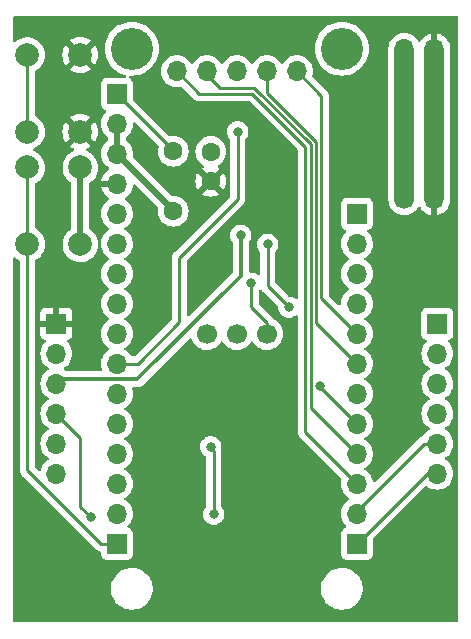
<source format=gbl>
G04 #@! TF.GenerationSoftware,KiCad,Pcbnew,(6.0.1-0)*
G04 #@! TF.CreationDate,2022-01-24T10:27:25-05:00*
G04 #@! TF.ProjectId,Feather-F405-Bridge,46656174-6865-4722-9d46-3430352d4272,rev?*
G04 #@! TF.SameCoordinates,Original*
G04 #@! TF.FileFunction,Copper,L2,Bot*
G04 #@! TF.FilePolarity,Positive*
%FSLAX46Y46*%
G04 Gerber Fmt 4.6, Leading zero omitted, Abs format (unit mm)*
G04 Created by KiCad (PCBNEW (6.0.1-0)) date 2022-01-24 10:27:25*
%MOMM*%
%LPD*%
G01*
G04 APERTURE LIST*
G04 #@! TA.AperFunction,ComponentPad*
%ADD10C,1.700000*%
G04 #@! TD*
G04 #@! TA.AperFunction,ComponentPad*
%ADD11O,1.700000X1.700000*%
G04 #@! TD*
G04 #@! TA.AperFunction,ComponentPad*
%ADD12C,3.556000*%
G04 #@! TD*
G04 #@! TA.AperFunction,ComponentPad*
%ADD13R,1.700000X1.700000*%
G04 #@! TD*
G04 #@! TA.AperFunction,ComponentPad*
%ADD14C,1.600000*%
G04 #@! TD*
G04 #@! TA.AperFunction,ComponentPad*
%ADD15C,2.000000*%
G04 #@! TD*
G04 #@! TA.AperFunction,ViaPad*
%ADD16C,0.800000*%
G04 #@! TD*
G04 #@! TA.AperFunction,Conductor*
%ADD17C,0.500000*%
G04 #@! TD*
G04 #@! TA.AperFunction,Conductor*
%ADD18C,0.254000*%
G04 #@! TD*
G04 #@! TA.AperFunction,Conductor*
%ADD19C,0.250000*%
G04 #@! TD*
G04 #@! TA.AperFunction,Conductor*
%ADD20C,0.375000*%
G04 #@! TD*
G04 APERTURE END LIST*
G36*
X81495000Y-133477000D02*
G01*
X79795000Y-133477000D01*
X79795000Y-120777000D01*
X81495000Y-120777000D01*
X81495000Y-133477000D01*
G37*
G36*
X78955000Y-133477000D02*
G01*
X77255000Y-133477000D01*
X77255000Y-120777000D01*
X78955000Y-120777000D01*
X78955000Y-133477000D01*
G37*
D10*
X78105000Y-133477000D03*
D11*
X80645000Y-133477000D03*
X78105000Y-130937000D03*
X80645000Y-130937000D03*
X78105000Y-128397000D03*
X80645000Y-128397000D03*
X78105000Y-125857000D03*
X80645000Y-125857000D03*
X78105000Y-123317000D03*
X80645000Y-123317000D03*
X78105000Y-120777000D03*
X80645000Y-120777000D03*
D12*
X55040000Y-120740000D03*
X72820000Y-120740000D03*
D13*
X53770000Y-124550000D03*
D11*
X53770000Y-127090000D03*
X53770000Y-129630000D03*
X53770000Y-132170000D03*
X53770000Y-134710000D03*
X53770000Y-137250000D03*
X53770000Y-139790000D03*
X53770000Y-142330000D03*
X53770000Y-144870000D03*
X53770000Y-147410000D03*
X53770000Y-149950000D03*
X53770000Y-152490000D03*
X53770000Y-155030000D03*
X53770000Y-157570000D03*
X53770000Y-160110000D03*
D13*
X53770000Y-162650000D03*
X74090000Y-162650000D03*
D11*
X74090000Y-160110000D03*
X74090000Y-157570000D03*
X74090000Y-155030000D03*
X74090000Y-152490000D03*
X74090000Y-149950000D03*
X74090000Y-147410000D03*
X74090000Y-144870000D03*
X74090000Y-142330000D03*
X74090000Y-139790000D03*
X74090000Y-137250000D03*
D13*
X74090000Y-134710000D03*
D11*
X69010000Y-122645000D03*
X66470000Y-122645000D03*
X63930000Y-122645000D03*
X61390000Y-122645000D03*
X58850000Y-122645000D03*
D10*
X66470000Y-144870000D03*
X63930000Y-144870000D03*
X61390000Y-144870000D03*
D14*
X58547000Y-134488000D03*
X58547000Y-129408000D03*
D11*
X80899000Y-156718000D03*
X80899000Y-154178000D03*
X80899000Y-151638000D03*
X80899000Y-149098000D03*
X80899000Y-146558000D03*
D13*
X80899000Y-144018000D03*
D14*
X61722000Y-129453000D03*
X61722000Y-131953000D03*
D13*
X48641000Y-144018000D03*
D11*
X48641000Y-146558000D03*
X48641000Y-149098000D03*
X48641000Y-151638000D03*
X48641000Y-154178000D03*
X48641000Y-156718000D03*
D15*
X46173000Y-130787000D03*
X46173000Y-137287000D03*
X50673000Y-130787000D03*
X50673000Y-137287000D03*
X46173000Y-121262000D03*
X46173000Y-127762000D03*
X50673000Y-121262000D03*
X50673000Y-127762000D03*
D16*
X68330299Y-142616701D03*
X66548000Y-137312000D03*
X65151000Y-140589000D03*
X64262000Y-136525000D03*
X51562000Y-160401000D03*
X61976000Y-160147000D03*
X61722000Y-154432000D03*
X70993000Y-149309011D03*
X64008000Y-127762000D03*
D17*
X53770000Y-127090000D02*
X53770000Y-129630000D01*
D18*
X69010000Y-122645000D02*
X71083533Y-124718533D01*
X71083533Y-124718533D02*
X71083533Y-141863533D01*
X71083533Y-141863533D02*
X74090000Y-144870000D01*
X66470000Y-122645000D02*
X66470000Y-124496278D01*
X66470000Y-124496278D02*
X70630022Y-128656300D01*
X70630022Y-143950022D02*
X74090000Y-147410000D01*
X70630022Y-128656300D02*
X70630022Y-143950022D01*
X60737511Y-124532511D02*
X65223511Y-124532511D01*
X65411362Y-124079000D02*
X70176511Y-128844150D01*
X70176511Y-151116511D02*
X74090000Y-155030000D01*
X70176511Y-128844150D02*
X70176511Y-151116511D01*
X61390000Y-122948839D02*
X62520161Y-124079000D01*
X65223511Y-124532511D02*
X69723000Y-129032000D01*
X69723000Y-153203000D02*
X74090000Y-157570000D01*
X62520161Y-124079000D02*
X65411362Y-124079000D01*
X58850000Y-122645000D02*
X60737511Y-124532511D01*
X69723000Y-129032000D02*
X69723000Y-153203000D01*
D19*
X74090000Y-162650000D02*
X80022000Y-156718000D01*
X80022000Y-156718000D02*
X80899000Y-156718000D01*
X74090000Y-159844000D02*
X79756000Y-154178000D01*
X79756000Y-154178000D02*
X80899000Y-154178000D01*
D17*
X78105000Y-130937000D02*
X78105000Y-133477000D01*
D20*
X55503011Y-148712989D02*
X64262000Y-139954000D01*
X64262000Y-139954000D02*
X64262000Y-136525000D01*
X49026011Y-148712989D02*
X55503011Y-148712989D01*
D19*
X66548000Y-140834402D02*
X66548000Y-137312000D01*
X68330299Y-142616701D02*
X66548000Y-140834402D01*
D18*
X66470000Y-144870000D02*
X66470000Y-143940000D01*
X66470000Y-143940000D02*
X65151000Y-142621000D01*
X65151000Y-142621000D02*
X65151000Y-140589000D01*
D19*
X74090000Y-152490000D02*
X70993000Y-149393000D01*
X70993000Y-149393000D02*
X70993000Y-149309011D01*
D17*
X50673000Y-137287000D02*
X50673000Y-130787000D01*
X58547000Y-134407000D02*
X53770000Y-129630000D01*
D18*
X53770000Y-124550000D02*
X58547000Y-129327000D01*
X53770000Y-147410000D02*
X55536000Y-147410000D01*
X59055000Y-138430000D02*
X64008000Y-133477000D01*
X55536000Y-147410000D02*
X59055000Y-143891000D01*
X64008000Y-133477000D02*
X64008000Y-127762000D01*
X59055000Y-143891000D02*
X59055000Y-138430000D01*
X46173000Y-130787000D02*
X46173000Y-137287000D01*
X46173000Y-121262000D02*
X46173000Y-127762000D01*
X61849000Y-154686000D02*
X61849000Y-154559000D01*
X61976000Y-154813000D02*
X61849000Y-154686000D01*
X61976000Y-160147000D02*
X61976000Y-154813000D01*
X61849000Y-154559000D02*
X61722000Y-154432000D01*
X51562000Y-160401000D02*
X50669511Y-159508511D01*
X50669511Y-159508511D02*
X50669511Y-153666511D01*
X50669511Y-153666511D02*
X48641000Y-151638000D01*
D19*
X46173000Y-137287000D02*
X46173000Y-156409000D01*
X46173000Y-156409000D02*
X52414000Y-162650000D01*
X52414000Y-162650000D02*
X53770000Y-162650000D01*
G04 #@! TA.AperFunction,Conductor*
G36*
X82627121Y-117995002D02*
G01*
X82673614Y-118048658D01*
X82685000Y-118101000D01*
X82685000Y-169173000D01*
X82664998Y-169241121D01*
X82611342Y-169287614D01*
X82559000Y-169299000D01*
X45076000Y-169299000D01*
X45007879Y-169278998D01*
X44961386Y-169225342D01*
X44950000Y-169173000D01*
X44950000Y-166568390D01*
X53267847Y-166568390D01*
X53303333Y-166829140D01*
X53376971Y-167081781D01*
X53487143Y-167320763D01*
X53489706Y-167324672D01*
X53628863Y-167536922D01*
X53628867Y-167536927D01*
X53631429Y-167540835D01*
X53806658Y-167737163D01*
X54008982Y-167905434D01*
X54056465Y-167934247D01*
X54229959Y-168039526D01*
X54229963Y-168039528D01*
X54233956Y-168041951D01*
X54476637Y-168143715D01*
X54731694Y-168208492D01*
X54736346Y-168208960D01*
X54736349Y-168208961D01*
X54932944Y-168228757D01*
X54950255Y-168230500D01*
X55106812Y-168230500D01*
X55109137Y-168230327D01*
X55109143Y-168230327D01*
X55297778Y-168216309D01*
X55297782Y-168216308D01*
X55302430Y-168215963D01*
X55559096Y-168157886D01*
X55600184Y-168141908D01*
X55799998Y-168064204D01*
X55804357Y-168062509D01*
X55808411Y-168060192D01*
X55808415Y-168060190D01*
X55899864Y-168007922D01*
X56032827Y-167931927D01*
X56239487Y-167769010D01*
X56419795Y-167577336D01*
X56569792Y-167361117D01*
X56587765Y-167324672D01*
X56684117Y-167129289D01*
X56684118Y-167129286D01*
X56686182Y-167125101D01*
X56766409Y-166874474D01*
X56808709Y-166614742D01*
X56809316Y-166568390D01*
X71047847Y-166568390D01*
X71083333Y-166829140D01*
X71156971Y-167081781D01*
X71267143Y-167320763D01*
X71269706Y-167324672D01*
X71408863Y-167536922D01*
X71408867Y-167536927D01*
X71411429Y-167540835D01*
X71586658Y-167737163D01*
X71788982Y-167905434D01*
X71836465Y-167934247D01*
X72009959Y-168039526D01*
X72009963Y-168039528D01*
X72013956Y-168041951D01*
X72256637Y-168143715D01*
X72511694Y-168208492D01*
X72516346Y-168208960D01*
X72516349Y-168208961D01*
X72712944Y-168228757D01*
X72730255Y-168230500D01*
X72886812Y-168230500D01*
X72889137Y-168230327D01*
X72889143Y-168230327D01*
X73077778Y-168216309D01*
X73077782Y-168216308D01*
X73082430Y-168215963D01*
X73339096Y-168157886D01*
X73380184Y-168141908D01*
X73579998Y-168064204D01*
X73584357Y-168062509D01*
X73588411Y-168060192D01*
X73588415Y-168060190D01*
X73679864Y-168007922D01*
X73812827Y-167931927D01*
X74019487Y-167769010D01*
X74199795Y-167577336D01*
X74349792Y-167361117D01*
X74367765Y-167324672D01*
X74464117Y-167129289D01*
X74464118Y-167129286D01*
X74466182Y-167125101D01*
X74546409Y-166874474D01*
X74588709Y-166614742D01*
X74592153Y-166351610D01*
X74556667Y-166090860D01*
X74483029Y-165838219D01*
X74372857Y-165599237D01*
X74340800Y-165550342D01*
X74231137Y-165383078D01*
X74231133Y-165383073D01*
X74228571Y-165379165D01*
X74053342Y-165182837D01*
X73851018Y-165014566D01*
X73738531Y-164946307D01*
X73630041Y-164880474D01*
X73630037Y-164880472D01*
X73626044Y-164878049D01*
X73383363Y-164776285D01*
X73128306Y-164711508D01*
X73123654Y-164711040D01*
X73123651Y-164711039D01*
X72912883Y-164689816D01*
X72909745Y-164689500D01*
X72753188Y-164689500D01*
X72750863Y-164689673D01*
X72750857Y-164689673D01*
X72562222Y-164703691D01*
X72562218Y-164703692D01*
X72557570Y-164704037D01*
X72300904Y-164762114D01*
X72296552Y-164763806D01*
X72296550Y-164763807D01*
X72156922Y-164818106D01*
X72055643Y-164857491D01*
X72051589Y-164859808D01*
X72051585Y-164859810D01*
X72022839Y-164876240D01*
X71827173Y-164988073D01*
X71620513Y-165150990D01*
X71440205Y-165342664D01*
X71290208Y-165558883D01*
X71288142Y-165563073D01*
X71288140Y-165563076D01*
X71270308Y-165599237D01*
X71173818Y-165794899D01*
X71093591Y-166045526D01*
X71051291Y-166305258D01*
X71047847Y-166568390D01*
X56809316Y-166568390D01*
X56812153Y-166351610D01*
X56776667Y-166090860D01*
X56703029Y-165838219D01*
X56592857Y-165599237D01*
X56560800Y-165550342D01*
X56451137Y-165383078D01*
X56451133Y-165383073D01*
X56448571Y-165379165D01*
X56273342Y-165182837D01*
X56071018Y-165014566D01*
X55958531Y-164946307D01*
X55850041Y-164880474D01*
X55850037Y-164880472D01*
X55846044Y-164878049D01*
X55603363Y-164776285D01*
X55348306Y-164711508D01*
X55343654Y-164711040D01*
X55343651Y-164711039D01*
X55132883Y-164689816D01*
X55129745Y-164689500D01*
X54973188Y-164689500D01*
X54970863Y-164689673D01*
X54970857Y-164689673D01*
X54782222Y-164703691D01*
X54782218Y-164703692D01*
X54777570Y-164704037D01*
X54520904Y-164762114D01*
X54516552Y-164763806D01*
X54516550Y-164763807D01*
X54376922Y-164818106D01*
X54275643Y-164857491D01*
X54271589Y-164859808D01*
X54271585Y-164859810D01*
X54242839Y-164876240D01*
X54047173Y-164988073D01*
X53840513Y-165150990D01*
X53660205Y-165342664D01*
X53510208Y-165558883D01*
X53508142Y-165563073D01*
X53508140Y-165563076D01*
X53490308Y-165599237D01*
X53393818Y-165794899D01*
X53313591Y-166045526D01*
X53271291Y-166305258D01*
X53267847Y-166568390D01*
X44950000Y-166568390D01*
X44950000Y-138490343D01*
X44970002Y-138422222D01*
X45023658Y-138375729D01*
X45093932Y-138365625D01*
X45156484Y-138393399D01*
X45309399Y-138520351D01*
X45485072Y-138623006D01*
X45533794Y-138674644D01*
X45547500Y-138731793D01*
X45547500Y-156331297D01*
X45546983Y-156342257D01*
X45545327Y-156349667D01*
X45545576Y-156357593D01*
X45545576Y-156357594D01*
X45547438Y-156416841D01*
X45547500Y-156420799D01*
X45547500Y-156448350D01*
X45547996Y-156452273D01*
X45548003Y-156452388D01*
X45548923Y-156464068D01*
X45550291Y-156507627D01*
X45555836Y-156526712D01*
X45559844Y-156546062D01*
X45562336Y-156565792D01*
X45578384Y-156606323D01*
X45582219Y-156617524D01*
X45594382Y-156659390D01*
X45604498Y-156676494D01*
X45613195Y-156694245D01*
X45620514Y-156712732D01*
X45646129Y-156747988D01*
X45652646Y-156757910D01*
X45670790Y-156788590D01*
X45670793Y-156788594D01*
X45674830Y-156795420D01*
X45688880Y-156809470D01*
X45701721Y-156824504D01*
X45713406Y-156840587D01*
X45719514Y-156845640D01*
X45746989Y-156868369D01*
X45755769Y-156876359D01*
X51916758Y-163037349D01*
X51924147Y-163045469D01*
X51928214Y-163051877D01*
X51933992Y-163057303D01*
X51977207Y-163097885D01*
X51980049Y-163100640D01*
X51999529Y-163120120D01*
X52002659Y-163122548D01*
X52002741Y-163122620D01*
X52011649Y-163130229D01*
X52043418Y-163160062D01*
X52050365Y-163163881D01*
X52060832Y-163169635D01*
X52077361Y-163180492D01*
X52093064Y-163192673D01*
X52100339Y-163195821D01*
X52133058Y-163209980D01*
X52143718Y-163215202D01*
X52181908Y-163236197D01*
X52201164Y-163241141D01*
X52219853Y-163247540D01*
X52238104Y-163255438D01*
X52281159Y-163262257D01*
X52292767Y-163264661D01*
X52324838Y-163272896D01*
X52385843Y-163309210D01*
X52417531Y-163372743D01*
X52419501Y-163394936D01*
X52419501Y-163547376D01*
X52426149Y-163608580D01*
X52476474Y-163742824D01*
X52481854Y-163750003D01*
X52481856Y-163750006D01*
X52557072Y-163850365D01*
X52562454Y-163857546D01*
X52569635Y-163862928D01*
X52669994Y-163938144D01*
X52669997Y-163938146D01*
X52677176Y-163943526D01*
X52766561Y-163977034D01*
X52804025Y-163991079D01*
X52804027Y-163991079D01*
X52811420Y-163993851D01*
X52819270Y-163994704D01*
X52819271Y-163994704D01*
X52869217Y-164000130D01*
X52872623Y-164000500D01*
X53769868Y-164000500D01*
X54667376Y-164000499D01*
X54670770Y-164000130D01*
X54670776Y-164000130D01*
X54720722Y-163994705D01*
X54720726Y-163994704D01*
X54728580Y-163993851D01*
X54862824Y-163943526D01*
X54870003Y-163938146D01*
X54870006Y-163938144D01*
X54970365Y-163862928D01*
X54977546Y-163857546D01*
X54982928Y-163850365D01*
X55058144Y-163750006D01*
X55058146Y-163750003D01*
X55063526Y-163742824D01*
X55113851Y-163608580D01*
X55120500Y-163547377D01*
X55120499Y-161752624D01*
X55113851Y-161691420D01*
X55063526Y-161557176D01*
X55058146Y-161549997D01*
X55058144Y-161549994D01*
X54982928Y-161449635D01*
X54977546Y-161442454D01*
X54970365Y-161437072D01*
X54870006Y-161361856D01*
X54870003Y-161361854D01*
X54862824Y-161356474D01*
X54733752Y-161308088D01*
X54676987Y-161265447D01*
X54652286Y-161198886D01*
X54667493Y-161129537D01*
X54688885Y-161101011D01*
X54808495Y-160981401D01*
X54944035Y-160787829D01*
X54994683Y-160679216D01*
X55041580Y-160578645D01*
X55041581Y-160578643D01*
X55043903Y-160573663D01*
X55059546Y-160515284D01*
X55103639Y-160350723D01*
X55103639Y-160350722D01*
X55105063Y-160345408D01*
X55125659Y-160110000D01*
X55105063Y-159874592D01*
X55089854Y-159817831D01*
X55045326Y-159651647D01*
X55045325Y-159651645D01*
X55043903Y-159646337D01*
X55031856Y-159620502D01*
X54946358Y-159437152D01*
X54946356Y-159437149D01*
X54944035Y-159432171D01*
X54808495Y-159238599D01*
X54641401Y-159071505D01*
X54636893Y-159068348D01*
X54636890Y-159068346D01*
X54509408Y-158979082D01*
X54458181Y-158943213D01*
X54413853Y-158887756D01*
X54406544Y-158817137D01*
X54438575Y-158753776D01*
X54458181Y-158736787D01*
X54636890Y-158611654D01*
X54636893Y-158611652D01*
X54641401Y-158608495D01*
X54808495Y-158441401D01*
X54944035Y-158247829D01*
X54974733Y-158181999D01*
X55041580Y-158038645D01*
X55041581Y-158038643D01*
X55043903Y-158033663D01*
X55055093Y-157991903D01*
X55103639Y-157810723D01*
X55103639Y-157810722D01*
X55105063Y-157805408D01*
X55125659Y-157570000D01*
X55105063Y-157334592D01*
X55103639Y-157329277D01*
X55045326Y-157111647D01*
X55045325Y-157111645D01*
X55043903Y-157106337D01*
X54975069Y-156958723D01*
X54946358Y-156897152D01*
X54946356Y-156897149D01*
X54944035Y-156892171D01*
X54808495Y-156698599D01*
X54641401Y-156531505D01*
X54636893Y-156528348D01*
X54636890Y-156528346D01*
X54509408Y-156439082D01*
X54458181Y-156403213D01*
X54413853Y-156347756D01*
X54406544Y-156277137D01*
X54438575Y-156213776D01*
X54458181Y-156196787D01*
X54636890Y-156071654D01*
X54636893Y-156071652D01*
X54641401Y-156068495D01*
X54808495Y-155901401D01*
X54944035Y-155707829D01*
X55017067Y-155551214D01*
X55041580Y-155498645D01*
X55041581Y-155498643D01*
X55043903Y-155493663D01*
X55083794Y-155344788D01*
X55103639Y-155270723D01*
X55103639Y-155270722D01*
X55105063Y-155265408D01*
X55125659Y-155030000D01*
X55105063Y-154794592D01*
X55079347Y-154698618D01*
X55045326Y-154571647D01*
X55045325Y-154571645D01*
X55043903Y-154566337D01*
X55041580Y-154561355D01*
X54981260Y-154432000D01*
X60816540Y-154432000D01*
X60836326Y-154620256D01*
X60894821Y-154800284D01*
X60898124Y-154806006D01*
X60898125Y-154806007D01*
X60979232Y-154946488D01*
X60989467Y-154964216D01*
X60993885Y-154969123D01*
X60993886Y-154969124D01*
X61062106Y-155044889D01*
X61116129Y-155104888D01*
X61269270Y-155216151D01*
X61275304Y-155218837D01*
X61281019Y-155222137D01*
X61280171Y-155223605D01*
X61327842Y-155264121D01*
X61348500Y-155333251D01*
X61348500Y-159449767D01*
X61328498Y-159517888D01*
X61316142Y-159534071D01*
X61243467Y-159614784D01*
X61148821Y-159778716D01*
X61090326Y-159958744D01*
X61070540Y-160147000D01*
X61090326Y-160335256D01*
X61148821Y-160515284D01*
X61243467Y-160679216D01*
X61247885Y-160684123D01*
X61247886Y-160684124D01*
X61297299Y-160739002D01*
X61370129Y-160819888D01*
X61523270Y-160931151D01*
X61696197Y-161008144D01*
X61794212Y-161028978D01*
X61874897Y-161046128D01*
X61874901Y-161046128D01*
X61881354Y-161047500D01*
X62070646Y-161047500D01*
X62077099Y-161046128D01*
X62077103Y-161046128D01*
X62157788Y-161028978D01*
X62255803Y-161008144D01*
X62428730Y-160931151D01*
X62581871Y-160819888D01*
X62654702Y-160739002D01*
X62704114Y-160684124D01*
X62704115Y-160684123D01*
X62708533Y-160679216D01*
X62803179Y-160515284D01*
X62861674Y-160335256D01*
X62881460Y-160147000D01*
X62861674Y-159958744D01*
X62803179Y-159778716D01*
X62708533Y-159614784D01*
X62635863Y-159534076D01*
X62605147Y-159470070D01*
X62603500Y-159449767D01*
X62603500Y-154890973D01*
X62604020Y-154879951D01*
X62605680Y-154872523D01*
X62603562Y-154805127D01*
X62603500Y-154801169D01*
X62603500Y-154773524D01*
X62603004Y-154769596D01*
X62603002Y-154769571D01*
X62602073Y-154757767D01*
X62600949Y-154721984D01*
X62600700Y-154714057D01*
X62598487Y-154706438D01*
X62597248Y-154698618D01*
X62600656Y-154698078D01*
X62601582Y-154639004D01*
X62601883Y-154638079D01*
X62607674Y-154620256D01*
X62627460Y-154432000D01*
X62607674Y-154243744D01*
X62549179Y-154063716D01*
X62454533Y-153899784D01*
X62406308Y-153846225D01*
X62332286Y-153764015D01*
X62332284Y-153764014D01*
X62327871Y-153759112D01*
X62247742Y-153700895D01*
X62180072Y-153651730D01*
X62180071Y-153651729D01*
X62174730Y-153647849D01*
X62001803Y-153570856D01*
X61896075Y-153548383D01*
X61823103Y-153532872D01*
X61823099Y-153532872D01*
X61816646Y-153531500D01*
X61627354Y-153531500D01*
X61620901Y-153532872D01*
X61620897Y-153532872D01*
X61547925Y-153548383D01*
X61442197Y-153570856D01*
X61269270Y-153647849D01*
X61263929Y-153651729D01*
X61263928Y-153651730D01*
X61196258Y-153700895D01*
X61116129Y-153759112D01*
X61111716Y-153764014D01*
X61111714Y-153764015D01*
X61037692Y-153846225D01*
X60989467Y-153899784D01*
X60894821Y-154063716D01*
X60836326Y-154243744D01*
X60816540Y-154432000D01*
X54981260Y-154432000D01*
X54946358Y-154357152D01*
X54946356Y-154357149D01*
X54944035Y-154352171D01*
X54808495Y-154158599D01*
X54641401Y-153991505D01*
X54636893Y-153988348D01*
X54636890Y-153988346D01*
X54503401Y-153894876D01*
X54458181Y-153863213D01*
X54413853Y-153807756D01*
X54406544Y-153737137D01*
X54438575Y-153673776D01*
X54458181Y-153656787D01*
X54466262Y-153651129D01*
X54522442Y-153611791D01*
X54636890Y-153531654D01*
X54636893Y-153531652D01*
X54641401Y-153528495D01*
X54808495Y-153361401D01*
X54944035Y-153167829D01*
X55017067Y-153011214D01*
X55041580Y-152958645D01*
X55041581Y-152958643D01*
X55043903Y-152953663D01*
X55046739Y-152943081D01*
X55103639Y-152730723D01*
X55103639Y-152730722D01*
X55105063Y-152725408D01*
X55125659Y-152490000D01*
X55105063Y-152254592D01*
X55043903Y-152026337D01*
X54975069Y-151878723D01*
X54946358Y-151817152D01*
X54946356Y-151817149D01*
X54944035Y-151812171D01*
X54808495Y-151618599D01*
X54641401Y-151451505D01*
X54636893Y-151448348D01*
X54636890Y-151448346D01*
X54509408Y-151359082D01*
X54458181Y-151323213D01*
X54413853Y-151267756D01*
X54406544Y-151197137D01*
X54438575Y-151133776D01*
X54458181Y-151116787D01*
X54636890Y-150991654D01*
X54636893Y-150991652D01*
X54641401Y-150988495D01*
X54808495Y-150821401D01*
X54944035Y-150627829D01*
X55017067Y-150471214D01*
X55041580Y-150418645D01*
X55041581Y-150418643D01*
X55043903Y-150413663D01*
X55075011Y-150297567D01*
X55103639Y-150190723D01*
X55103639Y-150190722D01*
X55105063Y-150185408D01*
X55125659Y-149950000D01*
X55105063Y-149714592D01*
X55100487Y-149697514D01*
X55063534Y-149559599D01*
X55065224Y-149488623D01*
X55105019Y-149429827D01*
X55170283Y-149401880D01*
X55185241Y-149400989D01*
X55474807Y-149400989D01*
X55483376Y-149401281D01*
X55531707Y-149404576D01*
X55531711Y-149404576D01*
X55539283Y-149405092D01*
X55600319Y-149394439D01*
X55606793Y-149393483D01*
X55668327Y-149386037D01*
X55675432Y-149383353D01*
X55679880Y-149382260D01*
X55691417Y-149379104D01*
X55695840Y-149377769D01*
X55703325Y-149376462D01*
X55760041Y-149351565D01*
X55766145Y-149349074D01*
X55816995Y-149329860D01*
X55816997Y-149329859D01*
X55824100Y-149327175D01*
X55830358Y-149322874D01*
X55834453Y-149320733D01*
X55844834Y-149314955D01*
X55848847Y-149312582D01*
X55855804Y-149309528D01*
X55904977Y-149271796D01*
X55910243Y-149267970D01*
X55961335Y-149232856D01*
X55966388Y-149227185D01*
X55966390Y-149227183D01*
X56001515Y-149187759D01*
X56006496Y-149182483D01*
X59907031Y-145281948D01*
X59969343Y-145247922D01*
X60040158Y-145252987D01*
X60096994Y-145295534D01*
X60114528Y-145327950D01*
X60114673Y-145328348D01*
X60116097Y-145333663D01*
X60118422Y-145338649D01*
X60211598Y-145538463D01*
X60215965Y-145547829D01*
X60351505Y-145741401D01*
X60518599Y-145908495D01*
X60523107Y-145911652D01*
X60523110Y-145911654D01*
X60701820Y-146036788D01*
X60712170Y-146044035D01*
X60717152Y-146046358D01*
X60717157Y-146046361D01*
X60868937Y-146117137D01*
X60926337Y-146143903D01*
X60931645Y-146145325D01*
X60931647Y-146145326D01*
X61149277Y-146203639D01*
X61154592Y-146205063D01*
X61390000Y-146225659D01*
X61625408Y-146205063D01*
X61630723Y-146203639D01*
X61848353Y-146145326D01*
X61848355Y-146145325D01*
X61853663Y-146143903D01*
X61911063Y-146117137D01*
X62062843Y-146046361D01*
X62062848Y-146046358D01*
X62067830Y-146044035D01*
X62078180Y-146036788D01*
X62256890Y-145911654D01*
X62256893Y-145911652D01*
X62261401Y-145908495D01*
X62428495Y-145741401D01*
X62556787Y-145558180D01*
X62612244Y-145513851D01*
X62682863Y-145506542D01*
X62746224Y-145538572D01*
X62763212Y-145558179D01*
X62891505Y-145741401D01*
X63058599Y-145908495D01*
X63063107Y-145911652D01*
X63063110Y-145911654D01*
X63241820Y-146036788D01*
X63252170Y-146044035D01*
X63257152Y-146046358D01*
X63257157Y-146046361D01*
X63408937Y-146117137D01*
X63466337Y-146143903D01*
X63471645Y-146145325D01*
X63471647Y-146145326D01*
X63689277Y-146203639D01*
X63694592Y-146205063D01*
X63930000Y-146225659D01*
X64165408Y-146205063D01*
X64170723Y-146203639D01*
X64388353Y-146145326D01*
X64388355Y-146145325D01*
X64393663Y-146143903D01*
X64451063Y-146117137D01*
X64602843Y-146046361D01*
X64602848Y-146046358D01*
X64607830Y-146044035D01*
X64618180Y-146036788D01*
X64796890Y-145911654D01*
X64796893Y-145911652D01*
X64801401Y-145908495D01*
X64968495Y-145741401D01*
X65096787Y-145558180D01*
X65152244Y-145513851D01*
X65222863Y-145506542D01*
X65286224Y-145538572D01*
X65303212Y-145558179D01*
X65431505Y-145741401D01*
X65598599Y-145908495D01*
X65603107Y-145911652D01*
X65603110Y-145911654D01*
X65781820Y-146036788D01*
X65792170Y-146044035D01*
X65797152Y-146046358D01*
X65797157Y-146046361D01*
X65948937Y-146117137D01*
X66006337Y-146143903D01*
X66011645Y-146145325D01*
X66011647Y-146145326D01*
X66229277Y-146203639D01*
X66234592Y-146205063D01*
X66470000Y-146225659D01*
X66705408Y-146205063D01*
X66710723Y-146203639D01*
X66928353Y-146145326D01*
X66928355Y-146145325D01*
X66933663Y-146143903D01*
X66991063Y-146117137D01*
X67142843Y-146046361D01*
X67142848Y-146046358D01*
X67147830Y-146044035D01*
X67158180Y-146036788D01*
X67336890Y-145911654D01*
X67336893Y-145911652D01*
X67341401Y-145908495D01*
X67508495Y-145741401D01*
X67644035Y-145547829D01*
X67648403Y-145538463D01*
X67741580Y-145338645D01*
X67741581Y-145338643D01*
X67743903Y-145333663D01*
X67771431Y-145230928D01*
X67803639Y-145110723D01*
X67803639Y-145110722D01*
X67805063Y-145105408D01*
X67825659Y-144870000D01*
X67805063Y-144634592D01*
X67803639Y-144629277D01*
X67745326Y-144411647D01*
X67745325Y-144411645D01*
X67743903Y-144406337D01*
X67740000Y-144397967D01*
X67646358Y-144197152D01*
X67646356Y-144197149D01*
X67644035Y-144192171D01*
X67508495Y-143998599D01*
X67341401Y-143831505D01*
X67336893Y-143828348D01*
X67336890Y-143828346D01*
X67152339Y-143699122D01*
X67152336Y-143699120D01*
X67147830Y-143695965D01*
X67142848Y-143693642D01*
X67142843Y-143693639D01*
X67057129Y-143653670D01*
X67008442Y-143613535D01*
X66998543Y-143599910D01*
X66992026Y-143589989D01*
X66973797Y-143559165D01*
X66973796Y-143559164D01*
X66969763Y-143552344D01*
X66955642Y-143538223D01*
X66942801Y-143523189D01*
X66938451Y-143517201D01*
X66931063Y-143507033D01*
X66897363Y-143479154D01*
X66888584Y-143471165D01*
X65815405Y-142397986D01*
X65781379Y-142335674D01*
X65778500Y-142308891D01*
X65778500Y-141286233D01*
X65798502Y-141218112D01*
X65810858Y-141201929D01*
X65833577Y-141176698D01*
X65894021Y-141139460D01*
X65965005Y-141140812D01*
X66023989Y-141180326D01*
X66035663Y-141196868D01*
X66038652Y-141201922D01*
X66049830Y-141220822D01*
X66063880Y-141234872D01*
X66076721Y-141249906D01*
X66088406Y-141265989D01*
X66094514Y-141271042D01*
X66121989Y-141293771D01*
X66130769Y-141301761D01*
X67390837Y-142561830D01*
X67424863Y-142624142D01*
X67427051Y-142637752D01*
X67430391Y-142669522D01*
X67441823Y-142778293D01*
X67444625Y-142804957D01*
X67503120Y-142984985D01*
X67506423Y-142990707D01*
X67506424Y-142990708D01*
X67540884Y-143050394D01*
X67597766Y-143148917D01*
X67602184Y-143153824D01*
X67602185Y-143153825D01*
X67608655Y-143161010D01*
X67724428Y-143289589D01*
X67877569Y-143400852D01*
X68050496Y-143477845D01*
X68139612Y-143496787D01*
X68229196Y-143515829D01*
X68229200Y-143515829D01*
X68235653Y-143517201D01*
X68424945Y-143517201D01*
X68431398Y-143515829D01*
X68431402Y-143515829D01*
X68520986Y-143496787D01*
X68610102Y-143477845D01*
X68783029Y-143400852D01*
X68859317Y-143345426D01*
X68895439Y-143319182D01*
X68962307Y-143295323D01*
X69031459Y-143311404D01*
X69080939Y-143362318D01*
X69095500Y-143421118D01*
X69095500Y-153125027D01*
X69094980Y-153136049D01*
X69093320Y-153143477D01*
X69093569Y-153151400D01*
X69095438Y-153210887D01*
X69095500Y-153214844D01*
X69095500Y-153242476D01*
X69095996Y-153246402D01*
X69095999Y-153246447D01*
X69096926Y-153258221D01*
X69098299Y-153301943D01*
X69100511Y-153309555D01*
X69103874Y-153321132D01*
X69107882Y-153340488D01*
X69110384Y-153360293D01*
X69113304Y-153367668D01*
X69126481Y-153400952D01*
X69130325Y-153412179D01*
X69133451Y-153422936D01*
X69142532Y-153454191D01*
X69146565Y-153461011D01*
X69146567Y-153461015D01*
X69152698Y-153471382D01*
X69161394Y-153489133D01*
X69165827Y-153500330D01*
X69165830Y-153500335D01*
X69168747Y-153507703D01*
X69173404Y-153514113D01*
X69173408Y-153514120D01*
X69194456Y-153543089D01*
X69200974Y-153553011D01*
X69211171Y-153570253D01*
X69223237Y-153590656D01*
X69237358Y-153604777D01*
X69250198Y-153619810D01*
X69261937Y-153635967D01*
X69268045Y-153641020D01*
X69295636Y-153663845D01*
X69304416Y-153671835D01*
X72748348Y-157115767D01*
X72782374Y-157178079D01*
X72780960Y-157237471D01*
X72754937Y-157334592D01*
X72734341Y-157570000D01*
X72754937Y-157805408D01*
X72756361Y-157810722D01*
X72756361Y-157810723D01*
X72804908Y-157991903D01*
X72816097Y-158033663D01*
X72818419Y-158038643D01*
X72818420Y-158038645D01*
X72885268Y-158181999D01*
X72915965Y-158247829D01*
X73051505Y-158441401D01*
X73218599Y-158608495D01*
X73223107Y-158611652D01*
X73223110Y-158611654D01*
X73401820Y-158736788D01*
X73446148Y-158792245D01*
X73453457Y-158862865D01*
X73421426Y-158926225D01*
X73401822Y-158943211D01*
X73218599Y-159071505D01*
X73051505Y-159238599D01*
X72915965Y-159432171D01*
X72913644Y-159437149D01*
X72913642Y-159437152D01*
X72828144Y-159620502D01*
X72816097Y-159646337D01*
X72814675Y-159651645D01*
X72814674Y-159651647D01*
X72770146Y-159817831D01*
X72754937Y-159874592D01*
X72734341Y-160110000D01*
X72754937Y-160345408D01*
X72756361Y-160350722D01*
X72756361Y-160350723D01*
X72800455Y-160515284D01*
X72816097Y-160573663D01*
X72818419Y-160578643D01*
X72818420Y-160578645D01*
X72865318Y-160679216D01*
X72915965Y-160787829D01*
X73051505Y-160981401D01*
X73171115Y-161101011D01*
X73205141Y-161163323D01*
X73200076Y-161234138D01*
X73157529Y-161290974D01*
X73126249Y-161308088D01*
X72997176Y-161356474D01*
X72989997Y-161361854D01*
X72989994Y-161361856D01*
X72889635Y-161437072D01*
X72882454Y-161442454D01*
X72877072Y-161449635D01*
X72801856Y-161549994D01*
X72801854Y-161549997D01*
X72796474Y-161557176D01*
X72746149Y-161691420D01*
X72739500Y-161752623D01*
X72739501Y-163547376D01*
X72746149Y-163608580D01*
X72796474Y-163742824D01*
X72801854Y-163750003D01*
X72801856Y-163750006D01*
X72877072Y-163850365D01*
X72882454Y-163857546D01*
X72889635Y-163862928D01*
X72989994Y-163938144D01*
X72989997Y-163938146D01*
X72997176Y-163943526D01*
X73086561Y-163977034D01*
X73124025Y-163991079D01*
X73124027Y-163991079D01*
X73131420Y-163993851D01*
X73139270Y-163994704D01*
X73139271Y-163994704D01*
X73189217Y-164000130D01*
X73192623Y-164000500D01*
X74089868Y-164000500D01*
X74987376Y-164000499D01*
X74990770Y-164000130D01*
X74990776Y-164000130D01*
X75040722Y-163994705D01*
X75040726Y-163994704D01*
X75048580Y-163993851D01*
X75182824Y-163943526D01*
X75190003Y-163938146D01*
X75190006Y-163938144D01*
X75290365Y-163862928D01*
X75297546Y-163857546D01*
X75302928Y-163850365D01*
X75378144Y-163750006D01*
X75378146Y-163750003D01*
X75383526Y-163742824D01*
X75433851Y-163608580D01*
X75440500Y-163547377D01*
X75440499Y-162236281D01*
X75460501Y-162168160D01*
X75477404Y-162147186D01*
X79859569Y-157765021D01*
X79921881Y-157730995D01*
X79992696Y-157736060D01*
X80027364Y-157756260D01*
X80027599Y-157756495D01*
X80221170Y-157892035D01*
X80226152Y-157894358D01*
X80226157Y-157894361D01*
X80430355Y-157989580D01*
X80435337Y-157991903D01*
X80440645Y-157993325D01*
X80440647Y-157993326D01*
X80658277Y-158051639D01*
X80663592Y-158053063D01*
X80899000Y-158073659D01*
X81134408Y-158053063D01*
X81139723Y-158051639D01*
X81357353Y-157993326D01*
X81357355Y-157993325D01*
X81362663Y-157991903D01*
X81367645Y-157989580D01*
X81571843Y-157894361D01*
X81571848Y-157894358D01*
X81576830Y-157892035D01*
X81581339Y-157888878D01*
X81765890Y-157759654D01*
X81765895Y-157759650D01*
X81770401Y-157756495D01*
X81937495Y-157589401D01*
X82073035Y-157395829D01*
X82092217Y-157354695D01*
X82170580Y-157186645D01*
X82170581Y-157186643D01*
X82172903Y-157181663D01*
X82234063Y-156953408D01*
X82254659Y-156718000D01*
X82234063Y-156482592D01*
X82230753Y-156470237D01*
X82174326Y-156259647D01*
X82174325Y-156259645D01*
X82172903Y-156254337D01*
X82124207Y-156149909D01*
X82075358Y-156045152D01*
X82075356Y-156045149D01*
X82073035Y-156040171D01*
X81937495Y-155846599D01*
X81770401Y-155679505D01*
X81765893Y-155676348D01*
X81765890Y-155676346D01*
X81638408Y-155587082D01*
X81587181Y-155551213D01*
X81542853Y-155495756D01*
X81535544Y-155425137D01*
X81567575Y-155361776D01*
X81587181Y-155344787D01*
X81765890Y-155219654D01*
X81765893Y-155219652D01*
X81770401Y-155216495D01*
X81937495Y-155049401D01*
X82073035Y-154855829D01*
X82092217Y-154814695D01*
X82170580Y-154646645D01*
X82170581Y-154646643D01*
X82172903Y-154641663D01*
X82180398Y-154613693D01*
X82232639Y-154418723D01*
X82232639Y-154418722D01*
X82234063Y-154413408D01*
X82254659Y-154178000D01*
X82234063Y-153942592D01*
X82232639Y-153937277D01*
X82174326Y-153719647D01*
X82174325Y-153719645D01*
X82172903Y-153714337D01*
X82163364Y-153693880D01*
X82075358Y-153505152D01*
X82075356Y-153505149D01*
X82073035Y-153500171D01*
X81937495Y-153306599D01*
X81770401Y-153139505D01*
X81765893Y-153136348D01*
X81765890Y-153136346D01*
X81638408Y-153047082D01*
X81587181Y-153011213D01*
X81542853Y-152955756D01*
X81535544Y-152885137D01*
X81567575Y-152821776D01*
X81587181Y-152804787D01*
X81765890Y-152679654D01*
X81765893Y-152679652D01*
X81770401Y-152676495D01*
X81937495Y-152509401D01*
X82073035Y-152315829D01*
X82101591Y-152254592D01*
X82170580Y-152106645D01*
X82170581Y-152106643D01*
X82172903Y-152101663D01*
X82191158Y-152033536D01*
X82232639Y-151878723D01*
X82232639Y-151878722D01*
X82234063Y-151873408D01*
X82254659Y-151638000D01*
X82234063Y-151402592D01*
X82172903Y-151174337D01*
X82073035Y-150960171D01*
X81937495Y-150766599D01*
X81770401Y-150599505D01*
X81765893Y-150596348D01*
X81765890Y-150596346D01*
X81638408Y-150507082D01*
X81587181Y-150471213D01*
X81542853Y-150415756D01*
X81535544Y-150345137D01*
X81567575Y-150281776D01*
X81587181Y-150264787D01*
X81765890Y-150139654D01*
X81765893Y-150139652D01*
X81770401Y-150136495D01*
X81937495Y-149969401D01*
X82073035Y-149775829D01*
X82101591Y-149714592D01*
X82170580Y-149566645D01*
X82170581Y-149566643D01*
X82172903Y-149561663D01*
X82207176Y-149433755D01*
X82232639Y-149338723D01*
X82232639Y-149338722D01*
X82234063Y-149333408D01*
X82254659Y-149098000D01*
X82234063Y-148862592D01*
X82172903Y-148634337D01*
X82146067Y-148576787D01*
X82075358Y-148425152D01*
X82075356Y-148425149D01*
X82073035Y-148420171D01*
X81937495Y-148226599D01*
X81770401Y-148059505D01*
X81765893Y-148056348D01*
X81765890Y-148056346D01*
X81595953Y-147937355D01*
X81587181Y-147931213D01*
X81542853Y-147875756D01*
X81535544Y-147805137D01*
X81567575Y-147741776D01*
X81587181Y-147724787D01*
X81765890Y-147599654D01*
X81765893Y-147599652D01*
X81770401Y-147596495D01*
X81937495Y-147429401D01*
X82073035Y-147235829D01*
X82101591Y-147174592D01*
X82170580Y-147026645D01*
X82170581Y-147026643D01*
X82172903Y-147021663D01*
X82234063Y-146793408D01*
X82254659Y-146558000D01*
X82234063Y-146322592D01*
X82172903Y-146094337D01*
X82149447Y-146044035D01*
X82075358Y-145885152D01*
X82075356Y-145885149D01*
X82073035Y-145880171D01*
X81937495Y-145686599D01*
X81817885Y-145566989D01*
X81783859Y-145504677D01*
X81788924Y-145433862D01*
X81831471Y-145377026D01*
X81862752Y-145359912D01*
X81983419Y-145314677D01*
X81983420Y-145314676D01*
X81991824Y-145311526D01*
X81999003Y-145306146D01*
X81999006Y-145306144D01*
X82099365Y-145230928D01*
X82106546Y-145225546D01*
X82124938Y-145201006D01*
X82187144Y-145118006D01*
X82187146Y-145118003D01*
X82192526Y-145110824D01*
X82238597Y-144987929D01*
X82240079Y-144983975D01*
X82240079Y-144983973D01*
X82242851Y-144976580D01*
X82249500Y-144915377D01*
X82249499Y-143120624D01*
X82248836Y-143114517D01*
X82243705Y-143067278D01*
X82243704Y-143067274D01*
X82242851Y-143059420D01*
X82192526Y-142925176D01*
X82187146Y-142917997D01*
X82187144Y-142917994D01*
X82111928Y-142817635D01*
X82106546Y-142810454D01*
X82099365Y-142805072D01*
X81999006Y-142729856D01*
X81999003Y-142729854D01*
X81991824Y-142724474D01*
X81902439Y-142690966D01*
X81864975Y-142676921D01*
X81864973Y-142676921D01*
X81857580Y-142674149D01*
X81849730Y-142673296D01*
X81849729Y-142673296D01*
X81799774Y-142667869D01*
X81799773Y-142667869D01*
X81796377Y-142667500D01*
X80899132Y-142667500D01*
X80001624Y-142667501D01*
X79998230Y-142667870D01*
X79998224Y-142667870D01*
X79948278Y-142673295D01*
X79948274Y-142673296D01*
X79940420Y-142674149D01*
X79806176Y-142724474D01*
X79798997Y-142729854D01*
X79798994Y-142729856D01*
X79698635Y-142805072D01*
X79691454Y-142810454D01*
X79686072Y-142817635D01*
X79610856Y-142917994D01*
X79610854Y-142917997D01*
X79605474Y-142925176D01*
X79602324Y-142933580D01*
X79558533Y-143050394D01*
X79555149Y-143059420D01*
X79548500Y-143120623D01*
X79548501Y-144915376D01*
X79555149Y-144976580D01*
X79605474Y-145110824D01*
X79610854Y-145118003D01*
X79610856Y-145118006D01*
X79673062Y-145201006D01*
X79691454Y-145225546D01*
X79698635Y-145230928D01*
X79798994Y-145306144D01*
X79798997Y-145306146D01*
X79806176Y-145311526D01*
X79814580Y-145314676D01*
X79814581Y-145314677D01*
X79935248Y-145359912D01*
X79992013Y-145402553D01*
X80016714Y-145469114D01*
X80001507Y-145538463D01*
X79980115Y-145566989D01*
X79860505Y-145686599D01*
X79724965Y-145880171D01*
X79722644Y-145885149D01*
X79722642Y-145885152D01*
X79648553Y-146044035D01*
X79625097Y-146094337D01*
X79563937Y-146322592D01*
X79543341Y-146558000D01*
X79563937Y-146793408D01*
X79625097Y-147021663D01*
X79627419Y-147026643D01*
X79627420Y-147026645D01*
X79696410Y-147174592D01*
X79724965Y-147235829D01*
X79860505Y-147429401D01*
X80027599Y-147596495D01*
X80032107Y-147599652D01*
X80032110Y-147599654D01*
X80210820Y-147724788D01*
X80255148Y-147780245D01*
X80262457Y-147850865D01*
X80230426Y-147914225D01*
X80210822Y-147931211D01*
X80027599Y-148059505D01*
X79860505Y-148226599D01*
X79724965Y-148420171D01*
X79722644Y-148425149D01*
X79722642Y-148425152D01*
X79651933Y-148576787D01*
X79625097Y-148634337D01*
X79563937Y-148862592D01*
X79543341Y-149098000D01*
X79563937Y-149333408D01*
X79565361Y-149338722D01*
X79565361Y-149338723D01*
X79590825Y-149433755D01*
X79625097Y-149561663D01*
X79627419Y-149566643D01*
X79627420Y-149566645D01*
X79696410Y-149714592D01*
X79724965Y-149775829D01*
X79860505Y-149969401D01*
X80027599Y-150136495D01*
X80032107Y-150139652D01*
X80032110Y-150139654D01*
X80210820Y-150264788D01*
X80255148Y-150320245D01*
X80262457Y-150390865D01*
X80230426Y-150454225D01*
X80210822Y-150471211D01*
X80027599Y-150599505D01*
X79860505Y-150766599D01*
X79724965Y-150960171D01*
X79625097Y-151174337D01*
X79563937Y-151402592D01*
X79543341Y-151638000D01*
X79563937Y-151873408D01*
X79565361Y-151878722D01*
X79565361Y-151878723D01*
X79606843Y-152033536D01*
X79625097Y-152101663D01*
X79627419Y-152106643D01*
X79627420Y-152106645D01*
X79696410Y-152254592D01*
X79724965Y-152315829D01*
X79860505Y-152509401D01*
X80027599Y-152676495D01*
X80032107Y-152679652D01*
X80032110Y-152679654D01*
X80210820Y-152804788D01*
X80255148Y-152860245D01*
X80262457Y-152930865D01*
X80230426Y-152994225D01*
X80210822Y-153011211D01*
X80027599Y-153139505D01*
X79860505Y-153306599D01*
X79724965Y-153500171D01*
X79724898Y-153500124D01*
X79674951Y-153547743D01*
X79652378Y-153556742D01*
X79646582Y-153558426D01*
X79638288Y-153560836D01*
X79618938Y-153564844D01*
X79599208Y-153567336D01*
X79558677Y-153583384D01*
X79547476Y-153587219D01*
X79505610Y-153599382D01*
X79488501Y-153609500D01*
X79470755Y-153618195D01*
X79452268Y-153625514D01*
X79417012Y-153651129D01*
X79407090Y-153657646D01*
X79376410Y-153675790D01*
X79376406Y-153675793D01*
X79369580Y-153679830D01*
X79355530Y-153693880D01*
X79340496Y-153706721D01*
X79324413Y-153718406D01*
X79319360Y-153724514D01*
X79296631Y-153751989D01*
X79288641Y-153760769D01*
X75639233Y-157410176D01*
X75576921Y-157444202D01*
X75506105Y-157439137D01*
X75449270Y-157396590D01*
X75426052Y-157342962D01*
X75425542Y-157340072D01*
X75425063Y-157334592D01*
X75423639Y-157329277D01*
X75365326Y-157111647D01*
X75365325Y-157111645D01*
X75363903Y-157106337D01*
X75295069Y-156958723D01*
X75266358Y-156897152D01*
X75266356Y-156897149D01*
X75264035Y-156892171D01*
X75128495Y-156698599D01*
X74961401Y-156531505D01*
X74956893Y-156528348D01*
X74956890Y-156528346D01*
X74829408Y-156439082D01*
X74778181Y-156403213D01*
X74733853Y-156347756D01*
X74726544Y-156277137D01*
X74758575Y-156213776D01*
X74778181Y-156196787D01*
X74956890Y-156071654D01*
X74956893Y-156071652D01*
X74961401Y-156068495D01*
X75128495Y-155901401D01*
X75264035Y-155707829D01*
X75337067Y-155551214D01*
X75361580Y-155498645D01*
X75361581Y-155498643D01*
X75363903Y-155493663D01*
X75403794Y-155344788D01*
X75423639Y-155270723D01*
X75423639Y-155270722D01*
X75425063Y-155265408D01*
X75445659Y-155030000D01*
X75425063Y-154794592D01*
X75399347Y-154698618D01*
X75365326Y-154571647D01*
X75365325Y-154571645D01*
X75363903Y-154566337D01*
X75361580Y-154561355D01*
X75266358Y-154357152D01*
X75266356Y-154357149D01*
X75264035Y-154352171D01*
X75128495Y-154158599D01*
X74961401Y-153991505D01*
X74956893Y-153988348D01*
X74956890Y-153988346D01*
X74823401Y-153894876D01*
X74778181Y-153863213D01*
X74733853Y-153807756D01*
X74726544Y-153737137D01*
X74758575Y-153673776D01*
X74778181Y-153656787D01*
X74786262Y-153651129D01*
X74842442Y-153611791D01*
X74956890Y-153531654D01*
X74956893Y-153531652D01*
X74961401Y-153528495D01*
X75128495Y-153361401D01*
X75264035Y-153167829D01*
X75337067Y-153011214D01*
X75361580Y-152958645D01*
X75361581Y-152958643D01*
X75363903Y-152953663D01*
X75366739Y-152943081D01*
X75423639Y-152730723D01*
X75423639Y-152730722D01*
X75425063Y-152725408D01*
X75445659Y-152490000D01*
X75425063Y-152254592D01*
X75363903Y-152026337D01*
X75295069Y-151878723D01*
X75266358Y-151817152D01*
X75266356Y-151817149D01*
X75264035Y-151812171D01*
X75128495Y-151618599D01*
X74961401Y-151451505D01*
X74956893Y-151448348D01*
X74956890Y-151448346D01*
X74829408Y-151359082D01*
X74778181Y-151323213D01*
X74733853Y-151267756D01*
X74726544Y-151197137D01*
X74758575Y-151133776D01*
X74778181Y-151116787D01*
X74956890Y-150991654D01*
X74956893Y-150991652D01*
X74961401Y-150988495D01*
X75128495Y-150821401D01*
X75264035Y-150627829D01*
X75337067Y-150471214D01*
X75361580Y-150418645D01*
X75361581Y-150418643D01*
X75363903Y-150413663D01*
X75395011Y-150297567D01*
X75423639Y-150190723D01*
X75423639Y-150190722D01*
X75425063Y-150185408D01*
X75445659Y-149950000D01*
X75425063Y-149714592D01*
X75382664Y-149556353D01*
X75365326Y-149491647D01*
X75365325Y-149491645D01*
X75363903Y-149486337D01*
X75345277Y-149446393D01*
X75266358Y-149277152D01*
X75266356Y-149277149D01*
X75264035Y-149272171D01*
X75128495Y-149078599D01*
X74961401Y-148911505D01*
X74956893Y-148908348D01*
X74956890Y-148908346D01*
X74829408Y-148819082D01*
X74778181Y-148783213D01*
X74733853Y-148727756D01*
X74726544Y-148657137D01*
X74758575Y-148593776D01*
X74778181Y-148576787D01*
X74956890Y-148451654D01*
X74956893Y-148451652D01*
X74961401Y-148448495D01*
X75128495Y-148281401D01*
X75264035Y-148087829D01*
X75293754Y-148024098D01*
X75361580Y-147878645D01*
X75361581Y-147878643D01*
X75363903Y-147873663D01*
X75403794Y-147724788D01*
X75423639Y-147650723D01*
X75423639Y-147650722D01*
X75425063Y-147645408D01*
X75445659Y-147410000D01*
X75425063Y-147174592D01*
X75423639Y-147169277D01*
X75365326Y-146951647D01*
X75365325Y-146951645D01*
X75363903Y-146946337D01*
X75295069Y-146798723D01*
X75266358Y-146737152D01*
X75266356Y-146737149D01*
X75264035Y-146732171D01*
X75128495Y-146538599D01*
X74961401Y-146371505D01*
X74956893Y-146368348D01*
X74956890Y-146368346D01*
X74829408Y-146279082D01*
X74778181Y-146243213D01*
X74733853Y-146187756D01*
X74726544Y-146117137D01*
X74758575Y-146053776D01*
X74778181Y-146036787D01*
X74956890Y-145911654D01*
X74956893Y-145911652D01*
X74961401Y-145908495D01*
X75128495Y-145741401D01*
X75264035Y-145547829D01*
X75268403Y-145538463D01*
X75361580Y-145338645D01*
X75361581Y-145338643D01*
X75363903Y-145333663D01*
X75391431Y-145230928D01*
X75423639Y-145110723D01*
X75423639Y-145110722D01*
X75425063Y-145105408D01*
X75445659Y-144870000D01*
X75425063Y-144634592D01*
X75423639Y-144629277D01*
X75365326Y-144411647D01*
X75365325Y-144411645D01*
X75363903Y-144406337D01*
X75360000Y-144397967D01*
X75266358Y-144197152D01*
X75266356Y-144197149D01*
X75264035Y-144192171D01*
X75128495Y-143998599D01*
X74961401Y-143831505D01*
X74956893Y-143828348D01*
X74956890Y-143828346D01*
X74812164Y-143727008D01*
X74778181Y-143703213D01*
X74733853Y-143647756D01*
X74726544Y-143577137D01*
X74758575Y-143513776D01*
X74778181Y-143496787D01*
X74956890Y-143371654D01*
X74956893Y-143371652D01*
X74961401Y-143368495D01*
X75128495Y-143201401D01*
X75264035Y-143007829D01*
X75274688Y-142984985D01*
X75361580Y-142798645D01*
X75361581Y-142798643D01*
X75363903Y-142793663D01*
X75368022Y-142778293D01*
X75423639Y-142570723D01*
X75423639Y-142570722D01*
X75425063Y-142565408D01*
X75445659Y-142330000D01*
X75425063Y-142094592D01*
X75422355Y-142084485D01*
X75365326Y-141871647D01*
X75365325Y-141871645D01*
X75363903Y-141866337D01*
X75361580Y-141861355D01*
X75266358Y-141657152D01*
X75266356Y-141657149D01*
X75264035Y-141652171D01*
X75128495Y-141458599D01*
X74961401Y-141291505D01*
X74956893Y-141288348D01*
X74956890Y-141288346D01*
X74797441Y-141176699D01*
X74778181Y-141163213D01*
X74733853Y-141107756D01*
X74726544Y-141037137D01*
X74758575Y-140973776D01*
X74778181Y-140956787D01*
X74956890Y-140831654D01*
X74956893Y-140831652D01*
X74961401Y-140828495D01*
X75128495Y-140661401D01*
X75264035Y-140467829D01*
X75363903Y-140253663D01*
X75398572Y-140124277D01*
X75423639Y-140030723D01*
X75423639Y-140030722D01*
X75425063Y-140025408D01*
X75445659Y-139790000D01*
X75425063Y-139554592D01*
X75363903Y-139326337D01*
X75264035Y-139112171D01*
X75128495Y-138918599D01*
X74961401Y-138751505D01*
X74956893Y-138748348D01*
X74956890Y-138748346D01*
X74805342Y-138642231D01*
X74778181Y-138623213D01*
X74733853Y-138567756D01*
X74726544Y-138497137D01*
X74758575Y-138433776D01*
X74778181Y-138416787D01*
X74956890Y-138291654D01*
X74956893Y-138291652D01*
X74961401Y-138288495D01*
X75128495Y-138121401D01*
X75264035Y-137927829D01*
X75305693Y-137838495D01*
X75361580Y-137718645D01*
X75361581Y-137718643D01*
X75363903Y-137713663D01*
X75371314Y-137686007D01*
X75423639Y-137490723D01*
X75423639Y-137490722D01*
X75425063Y-137485408D01*
X75445659Y-137250000D01*
X75425063Y-137014592D01*
X75404539Y-136937993D01*
X75365326Y-136791647D01*
X75365325Y-136791645D01*
X75363903Y-136786337D01*
X75357262Y-136772096D01*
X75266358Y-136577152D01*
X75266356Y-136577149D01*
X75264035Y-136572171D01*
X75128495Y-136378599D01*
X75008885Y-136258989D01*
X74974859Y-136196677D01*
X74979924Y-136125862D01*
X75022471Y-136069026D01*
X75053752Y-136051912D01*
X75174419Y-136006677D01*
X75174420Y-136006676D01*
X75182824Y-136003526D01*
X75190003Y-135998146D01*
X75190006Y-135998144D01*
X75290365Y-135922928D01*
X75297546Y-135917546D01*
X75302928Y-135910365D01*
X75378144Y-135810006D01*
X75378146Y-135810003D01*
X75383526Y-135802824D01*
X75433851Y-135668580D01*
X75440500Y-135607377D01*
X75440499Y-133812624D01*
X75436972Y-133780153D01*
X75434705Y-133759278D01*
X75434704Y-133759274D01*
X75433851Y-133751420D01*
X75383526Y-133617176D01*
X75378146Y-133609997D01*
X75378144Y-133609994D01*
X75302928Y-133509635D01*
X75297546Y-133502454D01*
X75290091Y-133496867D01*
X75263583Y-133477000D01*
X76749341Y-133477000D01*
X76752491Y-133512996D01*
X76754071Y-133531058D01*
X76754172Y-133533551D01*
X76754496Y-133535916D01*
X76754585Y-133536934D01*
X76754532Y-133545556D01*
X76754979Y-133547122D01*
X76754588Y-133549722D01*
X76755695Y-133549625D01*
X76769937Y-133712408D01*
X76771361Y-133717722D01*
X76771361Y-133717723D01*
X76824260Y-133915145D01*
X76831097Y-133940663D01*
X76833419Y-133945643D01*
X76833420Y-133945645D01*
X76928034Y-134148543D01*
X76930965Y-134154829D01*
X77066505Y-134348401D01*
X77233599Y-134515495D01*
X77238107Y-134518652D01*
X77238110Y-134518654D01*
X77422661Y-134647878D01*
X77427170Y-134651035D01*
X77432152Y-134653358D01*
X77432157Y-134653361D01*
X77636355Y-134748580D01*
X77641337Y-134750903D01*
X77646645Y-134752325D01*
X77646647Y-134752326D01*
X77864277Y-134810639D01*
X77869592Y-134812063D01*
X78105000Y-134832659D01*
X78340408Y-134812063D01*
X78345723Y-134810639D01*
X78563353Y-134752326D01*
X78563355Y-134752325D01*
X78568663Y-134750903D01*
X78573645Y-134748580D01*
X78777843Y-134653361D01*
X78777848Y-134653358D01*
X78782830Y-134651035D01*
X78787339Y-134647878D01*
X78971890Y-134518654D01*
X78971893Y-134518652D01*
X78976401Y-134515495D01*
X79143495Y-134348401D01*
X79269358Y-134168649D01*
X79324814Y-134124322D01*
X79395433Y-134117013D01*
X79458794Y-134149043D01*
X79480003Y-134175086D01*
X79542694Y-134277388D01*
X79548777Y-134285699D01*
X79688213Y-134446667D01*
X79695580Y-134453883D01*
X79859434Y-134589916D01*
X79867881Y-134595831D01*
X80051756Y-134703279D01*
X80061042Y-134707729D01*
X80260001Y-134783703D01*
X80269899Y-134786579D01*
X80373250Y-134807606D01*
X80387299Y-134806410D01*
X80391000Y-134796065D01*
X80391000Y-134103000D01*
X80411002Y-134034879D01*
X80464658Y-133988386D01*
X80517000Y-133977000D01*
X80773000Y-133977000D01*
X80841121Y-133997002D01*
X80887614Y-134050658D01*
X80899000Y-134103000D01*
X80899000Y-134795517D01*
X80903064Y-134809359D01*
X80916478Y-134811393D01*
X80923184Y-134810534D01*
X80933262Y-134808392D01*
X81137255Y-134747191D01*
X81146842Y-134743433D01*
X81338095Y-134649739D01*
X81346945Y-134644464D01*
X81520328Y-134520792D01*
X81528200Y-134514139D01*
X81679052Y-134363812D01*
X81685730Y-134355965D01*
X81810003Y-134183020D01*
X81815313Y-134174183D01*
X81909670Y-133983267D01*
X81913469Y-133973672D01*
X81975377Y-133769910D01*
X81977555Y-133759837D01*
X81978986Y-133748962D01*
X81971343Y-133699950D01*
X81968666Y-133694269D01*
X81972666Y-133638012D01*
X81974255Y-133632815D01*
X81978070Y-133624689D01*
X81982521Y-133596101D01*
X81986304Y-133579384D01*
X81992022Y-133560265D01*
X81992023Y-133560259D01*
X81994593Y-133551665D01*
X81994800Y-133517784D01*
X81994831Y-133517037D01*
X81995000Y-133515953D01*
X81995000Y-133485490D01*
X81995002Y-133484720D01*
X81995444Y-133412330D01*
X81995468Y-133408444D01*
X81995089Y-133407117D01*
X81995000Y-133405811D01*
X81995000Y-120785490D01*
X81995002Y-120784720D01*
X81995413Y-120717415D01*
X81995468Y-120708444D01*
X81993004Y-120699821D01*
X81993003Y-120699816D01*
X81987517Y-120680621D01*
X81983940Y-120663863D01*
X81981111Y-120644108D01*
X81981110Y-120644105D01*
X81979838Y-120635223D01*
X81976124Y-120627055D01*
X81973603Y-120618433D01*
X81976127Y-120617695D01*
X81968074Y-120561027D01*
X81972101Y-120552228D01*
X81978180Y-120509947D01*
X81936214Y-120342875D01*
X81932894Y-120333124D01*
X81847972Y-120137814D01*
X81843105Y-120128739D01*
X81727426Y-119949926D01*
X81721136Y-119941757D01*
X81577806Y-119784240D01*
X81570273Y-119777215D01*
X81403139Y-119645222D01*
X81394552Y-119639517D01*
X81208117Y-119536599D01*
X81198705Y-119532369D01*
X80997959Y-119461280D01*
X80987988Y-119458646D01*
X80916837Y-119445972D01*
X80903540Y-119447432D01*
X80899000Y-119461989D01*
X80899000Y-120151000D01*
X80878998Y-120219121D01*
X80825342Y-120265614D01*
X80773000Y-120277000D01*
X80517000Y-120277000D01*
X80448879Y-120256998D01*
X80402386Y-120203342D01*
X80391000Y-120151000D01*
X80391000Y-119460102D01*
X80387082Y-119446758D01*
X80372806Y-119444771D01*
X80334324Y-119450660D01*
X80324288Y-119453051D01*
X80121868Y-119519212D01*
X80112359Y-119523209D01*
X79923463Y-119621542D01*
X79914738Y-119627036D01*
X79744433Y-119754905D01*
X79736726Y-119761748D01*
X79589590Y-119915717D01*
X79583104Y-119923727D01*
X79475168Y-120081955D01*
X79420257Y-120126958D01*
X79349732Y-120135129D01*
X79285985Y-120103875D01*
X79267867Y-120083222D01*
X79248521Y-120055593D01*
X79143495Y-119905599D01*
X78976401Y-119738505D01*
X78971893Y-119735348D01*
X78971890Y-119735346D01*
X78787339Y-119606122D01*
X78787336Y-119606120D01*
X78782830Y-119602965D01*
X78777848Y-119600642D01*
X78777843Y-119600639D01*
X78573645Y-119505420D01*
X78573644Y-119505419D01*
X78568663Y-119503097D01*
X78563355Y-119501675D01*
X78563353Y-119501674D01*
X78345723Y-119443361D01*
X78345722Y-119443361D01*
X78340408Y-119441937D01*
X78105000Y-119421341D01*
X77869592Y-119441937D01*
X77864278Y-119443361D01*
X77864277Y-119443361D01*
X77646647Y-119501674D01*
X77646645Y-119501675D01*
X77641337Y-119503097D01*
X77636357Y-119505419D01*
X77636355Y-119505420D01*
X77432152Y-119600642D01*
X77432149Y-119600644D01*
X77427171Y-119602965D01*
X77233599Y-119738505D01*
X77066505Y-119905599D01*
X76930965Y-120099171D01*
X76928644Y-120104149D01*
X76928642Y-120104152D01*
X76833420Y-120308355D01*
X76831097Y-120313337D01*
X76829675Y-120318645D01*
X76829674Y-120318647D01*
X76823182Y-120342875D01*
X76769937Y-120541592D01*
X76756066Y-120700130D01*
X76755120Y-120700047D01*
X76755347Y-120702387D01*
X76755406Y-120702387D01*
X76755402Y-120702962D01*
X76755403Y-120702973D01*
X76755372Y-120708067D01*
X76754717Y-120715553D01*
X76754716Y-120715560D01*
X76749820Y-120771521D01*
X76749341Y-120777000D01*
X76751299Y-120799373D01*
X76754071Y-120831058D01*
X76754423Y-120839710D01*
X76754556Y-120841662D01*
X76754532Y-120845556D01*
X76754911Y-120846884D01*
X76755000Y-120848184D01*
X76755000Y-123246812D01*
X76754521Y-123257794D01*
X76749341Y-123317000D01*
X76749820Y-123322475D01*
X76754521Y-123376206D01*
X76755000Y-123387188D01*
X76755000Y-125786812D01*
X76754521Y-125797794D01*
X76749341Y-125857000D01*
X76749820Y-125862475D01*
X76754521Y-125916206D01*
X76755000Y-125927188D01*
X76755000Y-128326812D01*
X76754521Y-128337794D01*
X76749341Y-128397000D01*
X76749820Y-128402475D01*
X76754521Y-128456206D01*
X76755000Y-128467188D01*
X76755000Y-130866812D01*
X76754521Y-130877794D01*
X76749341Y-130937000D01*
X76749820Y-130942475D01*
X76754521Y-130996206D01*
X76755000Y-131007188D01*
X76755000Y-133406812D01*
X76754521Y-133417794D01*
X76751930Y-133447413D01*
X76749341Y-133477000D01*
X75263583Y-133477000D01*
X75190006Y-133421856D01*
X75190003Y-133421854D01*
X75182824Y-133416474D01*
X75093439Y-133382966D01*
X75055975Y-133368921D01*
X75055973Y-133368921D01*
X75048580Y-133366149D01*
X75040730Y-133365296D01*
X75040729Y-133365296D01*
X74990774Y-133359869D01*
X74990773Y-133359869D01*
X74987377Y-133359500D01*
X74090132Y-133359500D01*
X73192624Y-133359501D01*
X73189230Y-133359870D01*
X73189224Y-133359870D01*
X73139278Y-133365295D01*
X73139274Y-133365296D01*
X73131420Y-133366149D01*
X72997176Y-133416474D01*
X72989997Y-133421854D01*
X72989994Y-133421856D01*
X72889909Y-133496867D01*
X72882454Y-133502454D01*
X72877072Y-133509635D01*
X72801856Y-133609994D01*
X72801854Y-133609997D01*
X72796474Y-133617176D01*
X72746149Y-133751420D01*
X72739500Y-133812623D01*
X72739501Y-135607376D01*
X72739870Y-135610770D01*
X72739870Y-135610776D01*
X72740717Y-135618568D01*
X72746149Y-135668580D01*
X72796474Y-135802824D01*
X72801854Y-135810003D01*
X72801856Y-135810006D01*
X72877072Y-135910365D01*
X72882454Y-135917546D01*
X72889635Y-135922928D01*
X72989994Y-135998144D01*
X72989997Y-135998146D01*
X72997176Y-136003526D01*
X73005580Y-136006676D01*
X73005581Y-136006677D01*
X73126248Y-136051912D01*
X73183013Y-136094553D01*
X73207714Y-136161114D01*
X73192507Y-136230463D01*
X73171115Y-136258989D01*
X73051505Y-136378599D01*
X72915965Y-136572171D01*
X72913644Y-136577149D01*
X72913642Y-136577152D01*
X72822738Y-136772096D01*
X72816097Y-136786337D01*
X72814675Y-136791645D01*
X72814674Y-136791647D01*
X72775461Y-136937993D01*
X72754937Y-137014592D01*
X72734341Y-137250000D01*
X72754937Y-137485408D01*
X72756361Y-137490722D01*
X72756361Y-137490723D01*
X72808687Y-137686007D01*
X72816097Y-137713663D01*
X72818419Y-137718643D01*
X72818420Y-137718645D01*
X72874308Y-137838495D01*
X72915965Y-137927829D01*
X73051505Y-138121401D01*
X73218599Y-138288495D01*
X73223107Y-138291652D01*
X73223110Y-138291654D01*
X73401820Y-138416788D01*
X73446148Y-138472245D01*
X73453457Y-138542865D01*
X73421426Y-138606225D01*
X73401822Y-138623211D01*
X73218599Y-138751505D01*
X73051505Y-138918599D01*
X72915965Y-139112171D01*
X72816097Y-139326337D01*
X72754937Y-139554592D01*
X72734341Y-139790000D01*
X72754937Y-140025408D01*
X72756361Y-140030722D01*
X72756361Y-140030723D01*
X72781429Y-140124277D01*
X72816097Y-140253663D01*
X72915965Y-140467829D01*
X73051505Y-140661401D01*
X73218599Y-140828495D01*
X73223107Y-140831652D01*
X73223110Y-140831654D01*
X73401820Y-140956788D01*
X73446148Y-141012245D01*
X73453457Y-141082865D01*
X73421426Y-141146225D01*
X73401822Y-141163211D01*
X73218599Y-141291505D01*
X73051505Y-141458599D01*
X72915965Y-141652171D01*
X72913644Y-141657149D01*
X72913642Y-141657152D01*
X72818420Y-141861355D01*
X72816097Y-141866337D01*
X72814675Y-141871645D01*
X72814674Y-141871647D01*
X72757645Y-142084485D01*
X72754937Y-142094592D01*
X72734341Y-142330000D01*
X72732865Y-142329871D01*
X72714818Y-142391332D01*
X72661162Y-142437825D01*
X72590888Y-142447929D01*
X72526308Y-142418435D01*
X72519725Y-142412306D01*
X71747938Y-141640519D01*
X71713912Y-141578207D01*
X71711033Y-141551424D01*
X71711033Y-124796505D01*
X71711553Y-124785483D01*
X71713213Y-124778055D01*
X71711095Y-124710660D01*
X71711033Y-124706702D01*
X71711033Y-124679057D01*
X71710537Y-124675131D01*
X71710535Y-124675102D01*
X71709606Y-124663299D01*
X71708482Y-124627517D01*
X71708233Y-124619590D01*
X71702661Y-124600410D01*
X71698653Y-124581058D01*
X71697143Y-124569106D01*
X71697143Y-124569105D01*
X71696149Y-124561240D01*
X71680047Y-124520571D01*
X71676202Y-124509339D01*
X71664001Y-124467341D01*
X71653836Y-124450153D01*
X71645135Y-124432393D01*
X71640703Y-124421198D01*
X71637786Y-124413830D01*
X71633130Y-124407422D01*
X71633128Y-124407418D01*
X71612077Y-124378446D01*
X71605558Y-124368521D01*
X71587333Y-124337703D01*
X71587332Y-124337702D01*
X71583296Y-124330877D01*
X71569175Y-124316756D01*
X71556334Y-124301722D01*
X71549256Y-124291980D01*
X71544596Y-124285566D01*
X71510896Y-124257687D01*
X71502117Y-124249698D01*
X70351652Y-123099233D01*
X70317626Y-123036921D01*
X70319040Y-122977529D01*
X70345063Y-122880408D01*
X70365659Y-122645000D01*
X70345063Y-122409592D01*
X70325811Y-122337741D01*
X70285326Y-122186647D01*
X70285325Y-122186645D01*
X70283903Y-122181337D01*
X70259921Y-122129907D01*
X70186358Y-121972152D01*
X70186356Y-121972149D01*
X70184035Y-121967171D01*
X70048495Y-121773599D01*
X69881401Y-121606505D01*
X69876893Y-121603348D01*
X69876890Y-121603346D01*
X69692339Y-121474122D01*
X69692336Y-121474120D01*
X69687830Y-121470965D01*
X69682848Y-121468642D01*
X69682843Y-121468639D01*
X69478645Y-121373420D01*
X69478644Y-121373419D01*
X69473663Y-121371097D01*
X69468355Y-121369675D01*
X69468353Y-121369674D01*
X69250723Y-121311361D01*
X69250722Y-121311361D01*
X69245408Y-121309937D01*
X69010000Y-121289341D01*
X68774592Y-121309937D01*
X68769278Y-121311361D01*
X68769277Y-121311361D01*
X68551647Y-121369674D01*
X68551645Y-121369675D01*
X68546337Y-121371097D01*
X68541357Y-121373419D01*
X68541355Y-121373420D01*
X68337152Y-121468642D01*
X68337149Y-121468644D01*
X68332171Y-121470965D01*
X68138599Y-121606505D01*
X67971505Y-121773599D01*
X67893413Y-121885127D01*
X67843213Y-121956820D01*
X67787756Y-122001149D01*
X67717137Y-122008458D01*
X67653776Y-121976428D01*
X67636787Y-121956820D01*
X67586587Y-121885127D01*
X67508495Y-121773599D01*
X67341401Y-121606505D01*
X67336893Y-121603348D01*
X67336890Y-121603346D01*
X67152339Y-121474122D01*
X67152336Y-121474120D01*
X67147830Y-121470965D01*
X67142848Y-121468642D01*
X67142843Y-121468639D01*
X66938645Y-121373420D01*
X66938644Y-121373419D01*
X66933663Y-121371097D01*
X66928355Y-121369675D01*
X66928353Y-121369674D01*
X66710723Y-121311361D01*
X66710722Y-121311361D01*
X66705408Y-121309937D01*
X66470000Y-121289341D01*
X66234592Y-121309937D01*
X66229278Y-121311361D01*
X66229277Y-121311361D01*
X66011647Y-121369674D01*
X66011645Y-121369675D01*
X66006337Y-121371097D01*
X66001357Y-121373419D01*
X66001355Y-121373420D01*
X65797152Y-121468642D01*
X65797149Y-121468644D01*
X65792171Y-121470965D01*
X65598599Y-121606505D01*
X65431505Y-121773599D01*
X65353413Y-121885127D01*
X65303213Y-121956820D01*
X65247756Y-122001149D01*
X65177137Y-122008458D01*
X65113776Y-121976428D01*
X65096787Y-121956820D01*
X65046587Y-121885127D01*
X64968495Y-121773599D01*
X64801401Y-121606505D01*
X64796893Y-121603348D01*
X64796890Y-121603346D01*
X64612339Y-121474122D01*
X64612336Y-121474120D01*
X64607830Y-121470965D01*
X64602848Y-121468642D01*
X64602843Y-121468639D01*
X64398645Y-121373420D01*
X64398644Y-121373419D01*
X64393663Y-121371097D01*
X64388355Y-121369675D01*
X64388353Y-121369674D01*
X64170723Y-121311361D01*
X64170722Y-121311361D01*
X64165408Y-121309937D01*
X63930000Y-121289341D01*
X63694592Y-121309937D01*
X63689278Y-121311361D01*
X63689277Y-121311361D01*
X63471647Y-121369674D01*
X63471645Y-121369675D01*
X63466337Y-121371097D01*
X63461357Y-121373419D01*
X63461355Y-121373420D01*
X63257152Y-121468642D01*
X63257149Y-121468644D01*
X63252171Y-121470965D01*
X63058599Y-121606505D01*
X62891505Y-121773599D01*
X62813413Y-121885127D01*
X62763213Y-121956820D01*
X62707756Y-122001149D01*
X62637137Y-122008458D01*
X62573776Y-121976428D01*
X62556787Y-121956820D01*
X62506587Y-121885127D01*
X62428495Y-121773599D01*
X62261401Y-121606505D01*
X62256893Y-121603348D01*
X62256890Y-121603346D01*
X62072339Y-121474122D01*
X62072336Y-121474120D01*
X62067830Y-121470965D01*
X62062848Y-121468642D01*
X62062843Y-121468639D01*
X61858645Y-121373420D01*
X61858644Y-121373419D01*
X61853663Y-121371097D01*
X61848355Y-121369675D01*
X61848353Y-121369674D01*
X61630723Y-121311361D01*
X61630722Y-121311361D01*
X61625408Y-121309937D01*
X61390000Y-121289341D01*
X61154592Y-121309937D01*
X61149278Y-121311361D01*
X61149277Y-121311361D01*
X60931647Y-121369674D01*
X60931645Y-121369675D01*
X60926337Y-121371097D01*
X60921357Y-121373419D01*
X60921355Y-121373420D01*
X60717152Y-121468642D01*
X60717149Y-121468644D01*
X60712171Y-121470965D01*
X60518599Y-121606505D01*
X60351505Y-121773599D01*
X60273413Y-121885127D01*
X60223213Y-121956820D01*
X60167756Y-122001149D01*
X60097137Y-122008458D01*
X60033776Y-121976428D01*
X60016787Y-121956820D01*
X59966587Y-121885127D01*
X59888495Y-121773599D01*
X59721401Y-121606505D01*
X59716893Y-121603348D01*
X59716890Y-121603346D01*
X59532339Y-121474122D01*
X59532336Y-121474120D01*
X59527830Y-121470965D01*
X59522848Y-121468642D01*
X59522843Y-121468639D01*
X59318645Y-121373420D01*
X59318644Y-121373419D01*
X59313663Y-121371097D01*
X59308355Y-121369675D01*
X59308353Y-121369674D01*
X59090723Y-121311361D01*
X59090722Y-121311361D01*
X59085408Y-121309937D01*
X58850000Y-121289341D01*
X58614592Y-121309937D01*
X58609278Y-121311361D01*
X58609277Y-121311361D01*
X58391647Y-121369674D01*
X58391645Y-121369675D01*
X58386337Y-121371097D01*
X58381357Y-121373419D01*
X58381355Y-121373420D01*
X58177152Y-121468642D01*
X58177149Y-121468644D01*
X58172171Y-121470965D01*
X57978599Y-121606505D01*
X57811505Y-121773599D01*
X57675965Y-121967171D01*
X57673644Y-121972149D01*
X57673642Y-121972152D01*
X57600079Y-122129907D01*
X57576097Y-122181337D01*
X57574675Y-122186645D01*
X57574674Y-122186647D01*
X57534189Y-122337741D01*
X57514937Y-122409592D01*
X57494341Y-122645000D01*
X57514937Y-122880408D01*
X57516361Y-122885722D01*
X57516361Y-122885723D01*
X57540960Y-122977527D01*
X57576097Y-123108663D01*
X57578419Y-123113643D01*
X57578420Y-123113645D01*
X57660121Y-123288851D01*
X57675965Y-123322829D01*
X57811505Y-123516401D01*
X57978599Y-123683495D01*
X57983107Y-123686652D01*
X57983110Y-123686654D01*
X58167661Y-123815878D01*
X58172170Y-123819035D01*
X58177152Y-123821358D01*
X58177157Y-123821361D01*
X58381355Y-123916580D01*
X58386337Y-123918903D01*
X58391645Y-123920325D01*
X58391647Y-123920326D01*
X58609277Y-123978639D01*
X58614592Y-123980063D01*
X58850000Y-124000659D01*
X59085408Y-123980063D01*
X59182529Y-123954040D01*
X59253503Y-123955730D01*
X59304233Y-123986652D01*
X60238662Y-124921081D01*
X60246092Y-124929246D01*
X60250171Y-124935673D01*
X60255948Y-124941098D01*
X60299341Y-124981847D01*
X60302183Y-124984602D01*
X60321715Y-125004134D01*
X60324845Y-125006562D01*
X60324887Y-125006599D01*
X60333854Y-125014258D01*
X60365744Y-125044204D01*
X60383255Y-125053831D01*
X60399767Y-125064677D01*
X60415549Y-125076919D01*
X60422823Y-125080067D01*
X60422825Y-125080068D01*
X60455687Y-125094289D01*
X60466347Y-125099511D01*
X60497733Y-125116766D01*
X60497736Y-125116767D01*
X60504677Y-125120583D01*
X60512351Y-125122553D01*
X60512358Y-125122556D01*
X60524023Y-125125551D01*
X60542728Y-125131955D01*
X60561053Y-125139885D01*
X60568887Y-125141126D01*
X60568888Y-125141126D01*
X60604254Y-125146727D01*
X60615879Y-125149135D01*
X60647787Y-125157327D01*
X60658239Y-125160011D01*
X60678209Y-125160011D01*
X60697919Y-125161562D01*
X60717644Y-125164686D01*
X60725535Y-125163940D01*
X60761185Y-125160570D01*
X60773043Y-125160011D01*
X64911402Y-125160011D01*
X64979523Y-125180013D01*
X65000497Y-125196916D01*
X69058595Y-129255014D01*
X69092621Y-129317326D01*
X69095500Y-129344109D01*
X69095500Y-141812284D01*
X69075498Y-141880405D01*
X69021842Y-141926898D01*
X68951568Y-141937002D01*
X68895439Y-141914220D01*
X68788371Y-141836431D01*
X68788370Y-141836430D01*
X68783029Y-141832550D01*
X68610102Y-141755557D01*
X68512087Y-141734723D01*
X68431402Y-141717573D01*
X68431398Y-141717573D01*
X68424945Y-141716201D01*
X68366580Y-141716201D01*
X68298459Y-141696199D01*
X68277485Y-141679296D01*
X67210405Y-140612216D01*
X67176379Y-140549904D01*
X67173500Y-140523121D01*
X67173500Y-138011455D01*
X67193502Y-137943334D01*
X67205864Y-137927144D01*
X67276114Y-137849124D01*
X67276115Y-137849123D01*
X67280533Y-137844216D01*
X67355908Y-137713663D01*
X67371875Y-137686007D01*
X67371876Y-137686006D01*
X67375179Y-137680284D01*
X67433674Y-137500256D01*
X67434608Y-137491376D01*
X67452770Y-137318565D01*
X67453460Y-137312000D01*
X67447508Y-137255370D01*
X67434364Y-137130307D01*
X67434364Y-137130305D01*
X67433674Y-137123744D01*
X67375179Y-136943716D01*
X67342434Y-136886999D01*
X67283836Y-136785505D01*
X67280533Y-136779784D01*
X67269116Y-136767104D01*
X67158286Y-136644015D01*
X67158284Y-136644014D01*
X67153871Y-136639112D01*
X67000730Y-136527849D01*
X66827803Y-136450856D01*
X66729788Y-136430022D01*
X66649103Y-136412872D01*
X66649099Y-136412872D01*
X66642646Y-136411500D01*
X66453354Y-136411500D01*
X66446901Y-136412872D01*
X66446897Y-136412872D01*
X66366212Y-136430022D01*
X66268197Y-136450856D01*
X66095270Y-136527849D01*
X65942129Y-136639112D01*
X65937716Y-136644014D01*
X65937714Y-136644015D01*
X65826884Y-136767104D01*
X65815467Y-136779784D01*
X65812164Y-136785505D01*
X65753567Y-136886999D01*
X65720821Y-136943716D01*
X65662326Y-137123744D01*
X65661636Y-137130305D01*
X65661636Y-137130307D01*
X65648492Y-137255370D01*
X65642540Y-137312000D01*
X65643230Y-137318565D01*
X65661393Y-137491376D01*
X65662326Y-137500256D01*
X65720821Y-137680284D01*
X65724124Y-137686006D01*
X65724125Y-137686007D01*
X65740092Y-137713663D01*
X65815467Y-137844216D01*
X65819885Y-137849123D01*
X65819886Y-137849124D01*
X65890136Y-137927144D01*
X65920853Y-137991152D01*
X65922500Y-138011455D01*
X65922500Y-139789160D01*
X65902498Y-139857281D01*
X65848842Y-139903774D01*
X65778568Y-139913878D01*
X65722439Y-139891096D01*
X65603730Y-139804849D01*
X65430803Y-139727856D01*
X65327630Y-139705926D01*
X65252103Y-139689872D01*
X65252099Y-139689872D01*
X65245646Y-139688500D01*
X65076000Y-139688500D01*
X65007879Y-139668498D01*
X64961386Y-139614842D01*
X64950000Y-139562500D01*
X64950000Y-137155041D01*
X64970002Y-137086920D01*
X64982359Y-137070737D01*
X64994533Y-137057216D01*
X65052895Y-136956130D01*
X65085875Y-136899007D01*
X65085876Y-136899006D01*
X65089179Y-136893284D01*
X65147674Y-136713256D01*
X65167460Y-136525000D01*
X65150995Y-136368339D01*
X65148364Y-136343307D01*
X65148364Y-136343305D01*
X65147674Y-136336744D01*
X65089179Y-136156716D01*
X65071366Y-136125862D01*
X64997836Y-135998505D01*
X64994533Y-135992784D01*
X64960781Y-135955299D01*
X64872286Y-135857015D01*
X64872284Y-135857014D01*
X64867871Y-135852112D01*
X64800032Y-135802824D01*
X64720072Y-135744730D01*
X64720071Y-135744729D01*
X64714730Y-135740849D01*
X64541803Y-135663856D01*
X64443788Y-135643022D01*
X64363103Y-135625872D01*
X64363099Y-135625872D01*
X64356646Y-135624500D01*
X64167354Y-135624500D01*
X64160901Y-135625872D01*
X64160897Y-135625872D01*
X64080212Y-135643022D01*
X63982197Y-135663856D01*
X63809270Y-135740849D01*
X63803929Y-135744729D01*
X63803928Y-135744730D01*
X63723968Y-135802824D01*
X63656129Y-135852112D01*
X63651716Y-135857014D01*
X63651714Y-135857015D01*
X63563219Y-135955299D01*
X63529467Y-135992784D01*
X63526164Y-135998505D01*
X63452635Y-136125862D01*
X63434821Y-136156716D01*
X63376326Y-136336744D01*
X63375636Y-136343305D01*
X63375636Y-136343307D01*
X63373005Y-136368339D01*
X63356540Y-136525000D01*
X63376326Y-136713256D01*
X63434821Y-136893284D01*
X63438124Y-136899006D01*
X63438125Y-136899007D01*
X63471105Y-136956130D01*
X63529467Y-137057216D01*
X63541637Y-137070732D01*
X63572353Y-137134738D01*
X63574000Y-137155041D01*
X63574000Y-139616831D01*
X63553998Y-139684952D01*
X63537095Y-139705926D01*
X59897595Y-143345426D01*
X59835283Y-143379452D01*
X59764468Y-143374387D01*
X59707632Y-143331840D01*
X59682821Y-143265320D01*
X59682500Y-143256331D01*
X59682500Y-138742109D01*
X59702502Y-138673988D01*
X59719405Y-138653014D01*
X64396570Y-133975849D01*
X64404735Y-133968419D01*
X64411162Y-133964340D01*
X64457336Y-133915170D01*
X64460091Y-133912328D01*
X64479623Y-133892796D01*
X64482051Y-133889666D01*
X64482088Y-133889624D01*
X64489748Y-133880655D01*
X64514267Y-133854545D01*
X64519693Y-133848767D01*
X64529320Y-133831256D01*
X64540166Y-133814744D01*
X64552408Y-133798962D01*
X64560548Y-133780153D01*
X64569778Y-133758824D01*
X64575000Y-133748164D01*
X64577276Y-133744025D01*
X64596072Y-133709834D01*
X64598042Y-133702160D01*
X64598045Y-133702153D01*
X64601040Y-133690488D01*
X64607444Y-133671783D01*
X64612222Y-133660741D01*
X64615374Y-133653458D01*
X64622216Y-133610257D01*
X64624624Y-133598632D01*
X64633528Y-133563952D01*
X64635500Y-133556272D01*
X64635500Y-133536302D01*
X64637051Y-133516591D01*
X64638935Y-133504696D01*
X64640175Y-133496867D01*
X64636059Y-133453326D01*
X64635500Y-133441468D01*
X64635500Y-128459233D01*
X64655502Y-128391112D01*
X64667858Y-128374929D01*
X64740533Y-128294216D01*
X64804406Y-128183584D01*
X64831875Y-128136007D01*
X64831876Y-128136006D01*
X64835179Y-128130284D01*
X64893674Y-127950256D01*
X64913460Y-127762000D01*
X64893674Y-127573744D01*
X64835179Y-127393716D01*
X64830682Y-127385926D01*
X64743836Y-127235505D01*
X64740533Y-127229784D01*
X64736114Y-127224876D01*
X64618286Y-127094015D01*
X64618284Y-127094014D01*
X64613871Y-127089112D01*
X64501808Y-127007694D01*
X64466072Y-126981730D01*
X64466071Y-126981729D01*
X64460730Y-126977849D01*
X64287803Y-126900856D01*
X64189788Y-126880022D01*
X64109103Y-126862872D01*
X64109099Y-126862872D01*
X64102646Y-126861500D01*
X63913354Y-126861500D01*
X63906901Y-126862872D01*
X63906897Y-126862872D01*
X63826212Y-126880022D01*
X63728197Y-126900856D01*
X63555270Y-126977849D01*
X63549929Y-126981729D01*
X63549928Y-126981730D01*
X63514192Y-127007694D01*
X63402129Y-127089112D01*
X63397716Y-127094014D01*
X63397714Y-127094015D01*
X63279886Y-127224876D01*
X63275467Y-127229784D01*
X63272164Y-127235505D01*
X63185319Y-127385926D01*
X63180821Y-127393716D01*
X63122326Y-127573744D01*
X63102540Y-127762000D01*
X63122326Y-127950256D01*
X63180821Y-128130284D01*
X63184124Y-128136006D01*
X63184125Y-128136007D01*
X63211594Y-128183584D01*
X63275467Y-128294216D01*
X63348137Y-128374924D01*
X63378853Y-128438930D01*
X63380500Y-128459233D01*
X63380500Y-133164891D01*
X63360498Y-133233012D01*
X63343595Y-133253986D01*
X58666430Y-137931151D01*
X58658265Y-137938581D01*
X58651838Y-137942660D01*
X58646413Y-137948437D01*
X58605664Y-137991830D01*
X58602909Y-137994672D01*
X58583377Y-138014204D01*
X58580949Y-138017334D01*
X58580912Y-138017376D01*
X58573253Y-138026343D01*
X58543307Y-138058233D01*
X58533680Y-138075744D01*
X58522834Y-138092256D01*
X58510592Y-138108038D01*
X58507444Y-138115312D01*
X58507443Y-138115314D01*
X58493222Y-138148176D01*
X58488000Y-138158836D01*
X58476285Y-138180146D01*
X58466928Y-138197166D01*
X58464958Y-138204840D01*
X58464955Y-138204847D01*
X58461960Y-138216512D01*
X58455556Y-138235217D01*
X58447626Y-138253542D01*
X58446385Y-138261376D01*
X58446385Y-138261377D01*
X58440784Y-138296743D01*
X58438376Y-138308368D01*
X58430184Y-138340276D01*
X58427500Y-138350728D01*
X58427500Y-138370698D01*
X58425949Y-138390408D01*
X58422825Y-138410133D01*
X58423571Y-138418024D01*
X58426941Y-138453674D01*
X58427500Y-138465532D01*
X58427500Y-143578891D01*
X58407498Y-143647012D01*
X58390595Y-143667986D01*
X55312986Y-146745595D01*
X55250674Y-146779621D01*
X55223891Y-146782500D01*
X55044867Y-146782500D01*
X54976746Y-146762498D01*
X54941654Y-146728771D01*
X54808495Y-146538599D01*
X54641401Y-146371505D01*
X54636893Y-146368348D01*
X54636890Y-146368346D01*
X54509408Y-146279082D01*
X54458181Y-146243213D01*
X54413853Y-146187756D01*
X54406544Y-146117137D01*
X54438575Y-146053776D01*
X54458181Y-146036787D01*
X54636890Y-145911654D01*
X54636893Y-145911652D01*
X54641401Y-145908495D01*
X54808495Y-145741401D01*
X54944035Y-145547829D01*
X54948403Y-145538463D01*
X55041580Y-145338645D01*
X55041581Y-145338643D01*
X55043903Y-145333663D01*
X55071431Y-145230928D01*
X55103639Y-145110723D01*
X55103639Y-145110722D01*
X55105063Y-145105408D01*
X55125659Y-144870000D01*
X55105063Y-144634592D01*
X55103639Y-144629277D01*
X55045326Y-144411647D01*
X55045325Y-144411645D01*
X55043903Y-144406337D01*
X55040000Y-144397967D01*
X54946358Y-144197152D01*
X54946356Y-144197149D01*
X54944035Y-144192171D01*
X54808495Y-143998599D01*
X54641401Y-143831505D01*
X54636893Y-143828348D01*
X54636890Y-143828346D01*
X54492164Y-143727008D01*
X54458181Y-143703213D01*
X54413853Y-143647756D01*
X54406544Y-143577137D01*
X54438575Y-143513776D01*
X54458181Y-143496787D01*
X54636890Y-143371654D01*
X54636893Y-143371652D01*
X54641401Y-143368495D01*
X54808495Y-143201401D01*
X54944035Y-143007829D01*
X54954688Y-142984985D01*
X55041580Y-142798645D01*
X55041581Y-142798643D01*
X55043903Y-142793663D01*
X55048022Y-142778293D01*
X55103639Y-142570723D01*
X55103639Y-142570722D01*
X55105063Y-142565408D01*
X55125659Y-142330000D01*
X55105063Y-142094592D01*
X55102355Y-142084485D01*
X55045326Y-141871647D01*
X55045325Y-141871645D01*
X55043903Y-141866337D01*
X55041580Y-141861355D01*
X54946358Y-141657152D01*
X54946356Y-141657149D01*
X54944035Y-141652171D01*
X54808495Y-141458599D01*
X54641401Y-141291505D01*
X54636893Y-141288348D01*
X54636890Y-141288346D01*
X54477441Y-141176699D01*
X54458181Y-141163213D01*
X54413853Y-141107756D01*
X54406544Y-141037137D01*
X54438575Y-140973776D01*
X54458181Y-140956787D01*
X54636890Y-140831654D01*
X54636893Y-140831652D01*
X54641401Y-140828495D01*
X54808495Y-140661401D01*
X54944035Y-140467829D01*
X55043903Y-140253663D01*
X55078572Y-140124277D01*
X55103639Y-140030723D01*
X55103639Y-140030722D01*
X55105063Y-140025408D01*
X55125659Y-139790000D01*
X55105063Y-139554592D01*
X55043903Y-139326337D01*
X54944035Y-139112171D01*
X54808495Y-138918599D01*
X54641401Y-138751505D01*
X54636893Y-138748348D01*
X54636890Y-138748346D01*
X54485342Y-138642231D01*
X54458181Y-138623213D01*
X54413853Y-138567756D01*
X54406544Y-138497137D01*
X54438575Y-138433776D01*
X54458181Y-138416787D01*
X54636890Y-138291654D01*
X54636893Y-138291652D01*
X54641401Y-138288495D01*
X54808495Y-138121401D01*
X54944035Y-137927829D01*
X54985693Y-137838495D01*
X55041580Y-137718645D01*
X55041581Y-137718643D01*
X55043903Y-137713663D01*
X55051314Y-137686007D01*
X55103639Y-137490723D01*
X55103639Y-137490722D01*
X55105063Y-137485408D01*
X55125659Y-137250000D01*
X55105063Y-137014592D01*
X55084539Y-136937993D01*
X55045326Y-136791647D01*
X55045325Y-136791645D01*
X55043903Y-136786337D01*
X55037262Y-136772096D01*
X54946358Y-136577152D01*
X54946356Y-136577149D01*
X54944035Y-136572171D01*
X54808495Y-136378599D01*
X54641401Y-136211505D01*
X54636893Y-136208348D01*
X54636890Y-136208346D01*
X54471343Y-136092429D01*
X54458181Y-136083213D01*
X54413853Y-136027756D01*
X54406544Y-135957137D01*
X54438575Y-135893776D01*
X54458181Y-135876787D01*
X54486419Y-135857015D01*
X54563811Y-135802824D01*
X54636890Y-135751654D01*
X54636893Y-135751652D01*
X54641401Y-135748495D01*
X54808495Y-135581401D01*
X54944035Y-135387829D01*
X54972336Y-135327139D01*
X55041580Y-135178645D01*
X55041581Y-135178643D01*
X55043903Y-135173663D01*
X55105063Y-134945408D01*
X55125659Y-134710000D01*
X55105063Y-134474592D01*
X55075380Y-134363812D01*
X55045326Y-134251647D01*
X55045325Y-134251645D01*
X55043903Y-134246337D01*
X55041580Y-134241355D01*
X54946358Y-134037152D01*
X54946356Y-134037149D01*
X54944035Y-134032171D01*
X54808495Y-133838599D01*
X54641401Y-133671505D01*
X54465336Y-133548223D01*
X54421008Y-133492766D01*
X54413699Y-133422147D01*
X54445730Y-133358786D01*
X54468019Y-133340860D01*
X54467737Y-133340465D01*
X54645328Y-133213792D01*
X54653200Y-133207139D01*
X54804052Y-133056812D01*
X54810730Y-133048965D01*
X54935003Y-132876020D01*
X54940313Y-132867183D01*
X55034670Y-132676267D01*
X55038469Y-132666672D01*
X55100376Y-132462915D01*
X55102555Y-132452834D01*
X55119103Y-132327136D01*
X55147825Y-132262209D01*
X55207090Y-132223117D01*
X55278082Y-132222272D01*
X55333120Y-132254487D01*
X57227176Y-134148543D01*
X57261202Y-134210855D01*
X57262145Y-134258398D01*
X57261365Y-134261308D01*
X57260887Y-134266773D01*
X57260886Y-134266778D01*
X57252397Y-134363812D01*
X57241532Y-134488000D01*
X57261365Y-134714692D01*
X57262789Y-134720005D01*
X57262789Y-134720007D01*
X57292846Y-134832180D01*
X57320261Y-134934496D01*
X57416432Y-135140734D01*
X57546953Y-135327139D01*
X57707861Y-135488047D01*
X57894266Y-135618568D01*
X57899244Y-135620889D01*
X57899247Y-135620891D01*
X58095522Y-135712416D01*
X58100504Y-135714739D01*
X58105812Y-135716161D01*
X58105814Y-135716162D01*
X58314993Y-135772211D01*
X58314995Y-135772211D01*
X58320308Y-135773635D01*
X58547000Y-135793468D01*
X58773692Y-135773635D01*
X58779005Y-135772211D01*
X58779007Y-135772211D01*
X58988186Y-135716162D01*
X58988188Y-135716161D01*
X58993496Y-135714739D01*
X58998478Y-135712416D01*
X59194753Y-135620891D01*
X59194756Y-135620889D01*
X59199734Y-135618568D01*
X59386139Y-135488047D01*
X59547047Y-135327139D01*
X59677568Y-135140734D01*
X59773739Y-134934496D01*
X59801155Y-134832180D01*
X59831211Y-134720007D01*
X59831211Y-134720005D01*
X59832635Y-134714692D01*
X59852468Y-134488000D01*
X59832635Y-134261308D01*
X59809290Y-134174183D01*
X59775162Y-134046814D01*
X59775161Y-134046812D01*
X59773739Y-134041504D01*
X59748970Y-133988386D01*
X59679891Y-133840247D01*
X59679889Y-133840244D01*
X59677568Y-133835266D01*
X59547047Y-133648861D01*
X59386139Y-133487953D01*
X59199734Y-133357432D01*
X59194756Y-133355111D01*
X59194753Y-133355109D01*
X58998478Y-133263584D01*
X58998476Y-133263583D01*
X58993496Y-133261261D01*
X58988188Y-133259839D01*
X58988186Y-133259838D01*
X58779007Y-133203789D01*
X58779005Y-133203789D01*
X58773692Y-133202365D01*
X58633448Y-133190095D01*
X58552478Y-133183011D01*
X58552475Y-133183011D01*
X58547000Y-133182532D01*
X58455552Y-133190533D01*
X58385947Y-133176545D01*
X58355475Y-133154108D01*
X58240429Y-133039062D01*
X61000493Y-133039062D01*
X61009789Y-133051077D01*
X61060994Y-133086931D01*
X61070489Y-133092414D01*
X61267947Y-133184490D01*
X61278239Y-133188236D01*
X61488688Y-133244625D01*
X61499481Y-133246528D01*
X61716525Y-133265517D01*
X61727475Y-133265517D01*
X61944519Y-133246528D01*
X61955312Y-133244625D01*
X62165761Y-133188236D01*
X62176053Y-133184490D01*
X62373511Y-133092414D01*
X62383006Y-133086931D01*
X62435048Y-133050491D01*
X62443424Y-133040012D01*
X62436356Y-133026566D01*
X61734812Y-132325022D01*
X61720868Y-132317408D01*
X61719035Y-132317539D01*
X61712420Y-132321790D01*
X61006923Y-133027287D01*
X61000493Y-133039062D01*
X58240429Y-133039062D01*
X57159842Y-131958475D01*
X60409483Y-131958475D01*
X60428472Y-132175519D01*
X60430375Y-132186312D01*
X60486764Y-132396761D01*
X60490510Y-132407053D01*
X60582586Y-132604511D01*
X60588069Y-132614006D01*
X60624509Y-132666048D01*
X60634988Y-132674424D01*
X60648434Y-132667356D01*
X61349978Y-131965812D01*
X61356356Y-131954132D01*
X62086408Y-131954132D01*
X62086539Y-131955965D01*
X62090790Y-131962580D01*
X62796287Y-132668077D01*
X62808062Y-132674507D01*
X62820077Y-132665211D01*
X62855931Y-132614006D01*
X62861414Y-132604511D01*
X62953490Y-132407053D01*
X62957236Y-132396761D01*
X63013625Y-132186312D01*
X63015528Y-132175519D01*
X63034517Y-131958475D01*
X63034517Y-131947525D01*
X63015528Y-131730481D01*
X63013625Y-131719688D01*
X62957236Y-131509239D01*
X62953490Y-131498947D01*
X62861414Y-131301489D01*
X62855931Y-131291994D01*
X62819491Y-131239952D01*
X62809012Y-131231576D01*
X62795566Y-131238644D01*
X62094022Y-131940188D01*
X62086408Y-131954132D01*
X61356356Y-131954132D01*
X61357592Y-131951868D01*
X61357461Y-131950035D01*
X61353210Y-131943420D01*
X60647713Y-131237923D01*
X60635938Y-131231493D01*
X60623923Y-131240789D01*
X60588069Y-131291994D01*
X60582586Y-131301489D01*
X60490510Y-131498947D01*
X60486764Y-131509239D01*
X60430375Y-131719688D01*
X60428472Y-131730481D01*
X60409483Y-131947525D01*
X60409483Y-131958475D01*
X57159842Y-131958475D01*
X55143530Y-129942163D01*
X55109504Y-129879851D01*
X55107104Y-129842086D01*
X55125180Y-129635475D01*
X55125659Y-129630000D01*
X55105063Y-129394592D01*
X55091536Y-129344109D01*
X55045326Y-129171647D01*
X55045325Y-129171645D01*
X55043903Y-129166337D01*
X55041580Y-129161355D01*
X54946358Y-128957152D01*
X54946356Y-128957149D01*
X54944035Y-128952171D01*
X54808495Y-128758599D01*
X54641401Y-128591505D01*
X54636891Y-128588347D01*
X54636885Y-128588342D01*
X54574230Y-128544471D01*
X54529901Y-128489014D01*
X54520500Y-128441258D01*
X54520500Y-128278742D01*
X54540502Y-128210621D01*
X54574230Y-128175529D01*
X54636885Y-128131658D01*
X54636891Y-128131653D01*
X54641401Y-128128495D01*
X54808495Y-127961401D01*
X54944035Y-127767829D01*
X54949815Y-127755435D01*
X55041580Y-127558645D01*
X55041581Y-127558643D01*
X55043903Y-127553663D01*
X55052775Y-127520554D01*
X55103639Y-127330723D01*
X55103639Y-127330722D01*
X55105063Y-127325408D01*
X55125659Y-127090000D01*
X55127135Y-127090129D01*
X55145182Y-127028668D01*
X55198838Y-126982175D01*
X55269112Y-126972071D01*
X55333692Y-127001565D01*
X55340275Y-127007694D01*
X57263289Y-128930708D01*
X57297315Y-128993020D01*
X57295901Y-129052413D01*
X57268376Y-129155141D01*
X57261365Y-129181308D01*
X57241532Y-129408000D01*
X57261365Y-129634692D01*
X57262789Y-129640005D01*
X57262789Y-129640007D01*
X57278762Y-129699617D01*
X57320261Y-129854496D01*
X57322583Y-129859476D01*
X57322584Y-129859478D01*
X57410492Y-130047995D01*
X57416432Y-130060734D01*
X57546953Y-130247139D01*
X57707861Y-130408047D01*
X57894266Y-130538568D01*
X57899244Y-130540889D01*
X57899247Y-130540891D01*
X58093695Y-130631564D01*
X58100504Y-130634739D01*
X58105812Y-130636161D01*
X58105814Y-130636162D01*
X58314993Y-130692211D01*
X58314995Y-130692211D01*
X58320308Y-130693635D01*
X58547000Y-130713468D01*
X58773692Y-130693635D01*
X58779005Y-130692211D01*
X58779007Y-130692211D01*
X58988186Y-130636162D01*
X58988188Y-130636161D01*
X58993496Y-130634739D01*
X59000305Y-130631564D01*
X59194753Y-130540891D01*
X59194756Y-130540889D01*
X59199734Y-130538568D01*
X59386139Y-130408047D01*
X59547047Y-130247139D01*
X59677568Y-130060734D01*
X59683509Y-130047995D01*
X59771416Y-129859478D01*
X59771417Y-129859476D01*
X59773739Y-129854496D01*
X59815239Y-129699617D01*
X59831211Y-129640007D01*
X59831211Y-129640005D01*
X59832635Y-129634692D01*
X59848531Y-129453000D01*
X60416532Y-129453000D01*
X60436365Y-129679692D01*
X60437789Y-129685005D01*
X60437789Y-129685007D01*
X60488077Y-129872683D01*
X60495261Y-129899496D01*
X60497583Y-129904476D01*
X60497584Y-129904478D01*
X60572549Y-130065239D01*
X60591432Y-130105734D01*
X60721953Y-130292139D01*
X60882861Y-130453047D01*
X61069266Y-130583568D01*
X61074249Y-130585891D01*
X61079019Y-130588646D01*
X61078047Y-130590330D01*
X61124896Y-130631564D01*
X61144370Y-130699837D01*
X61123841Y-130767801D01*
X61074898Y-130810221D01*
X61075253Y-130810836D01*
X61072064Y-130812677D01*
X61071628Y-130813055D01*
X61070492Y-130813585D01*
X61060994Y-130819069D01*
X61008952Y-130855509D01*
X61000576Y-130865988D01*
X61007644Y-130879434D01*
X61709188Y-131580978D01*
X61723132Y-131588592D01*
X61724965Y-131588461D01*
X61731580Y-131584210D01*
X62437077Y-130878713D01*
X62443507Y-130866938D01*
X62434211Y-130854923D01*
X62383006Y-130819069D01*
X62373508Y-130813585D01*
X62372372Y-130813055D01*
X62371956Y-130812689D01*
X62368747Y-130810836D01*
X62369119Y-130810191D01*
X62319089Y-130766136D01*
X62299630Y-130697858D01*
X62320174Y-130629899D01*
X62365919Y-130590270D01*
X62364981Y-130588646D01*
X62369751Y-130585891D01*
X62374734Y-130583568D01*
X62561139Y-130453047D01*
X62722047Y-130292139D01*
X62852568Y-130105734D01*
X62871452Y-130065239D01*
X62946416Y-129904478D01*
X62946417Y-129904476D01*
X62948739Y-129899496D01*
X62955924Y-129872683D01*
X63006211Y-129685007D01*
X63006211Y-129685005D01*
X63007635Y-129679692D01*
X63027468Y-129453000D01*
X63007635Y-129226308D01*
X62997046Y-129186788D01*
X62950162Y-129011814D01*
X62950161Y-129011812D01*
X62948739Y-129006504D01*
X62884339Y-128868399D01*
X62854891Y-128805247D01*
X62854889Y-128805244D01*
X62852568Y-128800266D01*
X62722047Y-128613861D01*
X62561139Y-128452953D01*
X62374734Y-128322432D01*
X62369756Y-128320111D01*
X62369753Y-128320109D01*
X62173478Y-128228584D01*
X62173476Y-128228583D01*
X62168496Y-128226261D01*
X62163188Y-128224839D01*
X62163186Y-128224838D01*
X61954007Y-128168789D01*
X61954005Y-128168789D01*
X61948692Y-128167365D01*
X61722000Y-128147532D01*
X61495308Y-128167365D01*
X61489995Y-128168789D01*
X61489993Y-128168789D01*
X61280814Y-128224838D01*
X61280812Y-128224839D01*
X61275504Y-128226261D01*
X61270524Y-128228583D01*
X61270522Y-128228584D01*
X61074247Y-128320109D01*
X61074244Y-128320111D01*
X61069266Y-128322432D01*
X60882861Y-128452953D01*
X60721953Y-128613861D01*
X60591432Y-128800266D01*
X60589111Y-128805244D01*
X60589109Y-128805247D01*
X60559661Y-128868399D01*
X60495261Y-129006504D01*
X60493839Y-129011812D01*
X60493838Y-129011814D01*
X60446954Y-129186788D01*
X60436365Y-129226308D01*
X60416532Y-129453000D01*
X59848531Y-129453000D01*
X59852468Y-129408000D01*
X59832635Y-129181308D01*
X59827268Y-129161279D01*
X59775162Y-128966814D01*
X59775161Y-128966812D01*
X59773739Y-128961504D01*
X59767286Y-128947666D01*
X59679891Y-128760247D01*
X59679889Y-128760244D01*
X59677568Y-128755266D01*
X59547047Y-128568861D01*
X59386139Y-128407953D01*
X59199734Y-128277432D01*
X59194756Y-128275111D01*
X59194753Y-128275109D01*
X58998478Y-128183584D01*
X58998476Y-128183583D01*
X58993496Y-128181261D01*
X58988188Y-128179839D01*
X58988186Y-128179838D01*
X58779007Y-128123789D01*
X58779005Y-128123789D01*
X58773692Y-128122365D01*
X58547000Y-128102532D01*
X58320308Y-128122365D01*
X58314992Y-128123790D01*
X58309578Y-128124744D01*
X58309171Y-128122433D01*
X58248179Y-128120969D01*
X58197474Y-128090055D01*
X55157405Y-125049986D01*
X55123379Y-124987674D01*
X55120500Y-124960891D01*
X55120499Y-123656042D01*
X55120499Y-123652624D01*
X55113851Y-123591420D01*
X55063526Y-123457176D01*
X55058146Y-123449997D01*
X55058144Y-123449994D01*
X54982928Y-123349635D01*
X54977546Y-123342454D01*
X54862824Y-123256474D01*
X54854416Y-123253322D01*
X54851636Y-123251800D01*
X54801489Y-123201542D01*
X54786474Y-123132152D01*
X54811358Y-123065659D01*
X54868241Y-123023175D01*
X54920384Y-123015549D01*
X55035881Y-123023119D01*
X55040000Y-123023389D01*
X55044119Y-123023119D01*
X55333927Y-123004124D01*
X55333931Y-123004123D01*
X55338042Y-123003854D01*
X55342082Y-123003050D01*
X55342085Y-123003050D01*
X55626940Y-122946389D01*
X55626946Y-122946387D01*
X55630985Y-122945584D01*
X55634889Y-122944259D01*
X55634892Y-122944258D01*
X55909909Y-122850902D01*
X55909910Y-122850902D01*
X55913815Y-122849576D01*
X56105831Y-122754885D01*
X56177991Y-122719300D01*
X56177996Y-122719297D01*
X56181695Y-122717473D01*
X56430039Y-122551534D01*
X56654600Y-122354600D01*
X56851534Y-122130039D01*
X57017473Y-121881694D01*
X57049740Y-121816264D01*
X57147752Y-121617513D01*
X57149576Y-121613815D01*
X57150902Y-121609909D01*
X57244258Y-121334892D01*
X57244259Y-121334889D01*
X57245584Y-121330985D01*
X57249488Y-121311361D01*
X57303050Y-121042085D01*
X57303050Y-121042082D01*
X57303854Y-121038042D01*
X57304362Y-121030301D01*
X57323119Y-120744119D01*
X57323389Y-120740000D01*
X70536611Y-120740000D01*
X70536881Y-120744119D01*
X70555639Y-121030301D01*
X70556146Y-121038042D01*
X70556950Y-121042082D01*
X70556950Y-121042085D01*
X70610513Y-121311361D01*
X70614416Y-121330985D01*
X70615741Y-121334889D01*
X70615742Y-121334892D01*
X70709098Y-121609909D01*
X70710424Y-121613815D01*
X70712248Y-121617513D01*
X70810261Y-121816264D01*
X70842527Y-121881694D01*
X71008466Y-122130039D01*
X71205400Y-122354600D01*
X71429961Y-122551534D01*
X71678305Y-122717473D01*
X71682004Y-122719297D01*
X71682009Y-122719300D01*
X71754169Y-122754885D01*
X71946185Y-122849576D01*
X71950090Y-122850902D01*
X71950091Y-122850902D01*
X72225108Y-122944258D01*
X72225111Y-122944259D01*
X72229015Y-122945584D01*
X72233054Y-122946387D01*
X72233060Y-122946389D01*
X72517915Y-123003050D01*
X72517918Y-123003050D01*
X72521958Y-123003854D01*
X72526069Y-123004123D01*
X72526073Y-123004124D01*
X72815881Y-123023119D01*
X72820000Y-123023389D01*
X72824119Y-123023119D01*
X73113927Y-123004124D01*
X73113931Y-123004123D01*
X73118042Y-123003854D01*
X73122082Y-123003050D01*
X73122085Y-123003050D01*
X73406940Y-122946389D01*
X73406946Y-122946387D01*
X73410985Y-122945584D01*
X73414889Y-122944259D01*
X73414892Y-122944258D01*
X73689909Y-122850902D01*
X73689910Y-122850902D01*
X73693815Y-122849576D01*
X73885831Y-122754885D01*
X73957991Y-122719300D01*
X73957996Y-122719297D01*
X73961695Y-122717473D01*
X74210039Y-122551534D01*
X74434600Y-122354600D01*
X74631534Y-122130039D01*
X74797473Y-121881694D01*
X74829740Y-121816264D01*
X74927752Y-121617513D01*
X74929576Y-121613815D01*
X74930902Y-121609909D01*
X75024258Y-121334892D01*
X75024259Y-121334889D01*
X75025584Y-121330985D01*
X75029488Y-121311361D01*
X75083050Y-121042085D01*
X75083050Y-121042082D01*
X75083854Y-121038042D01*
X75084362Y-121030301D01*
X75103119Y-120744119D01*
X75103389Y-120740000D01*
X75097104Y-120644108D01*
X75084124Y-120446073D01*
X75084123Y-120446069D01*
X75083854Y-120441958D01*
X75080435Y-120424770D01*
X75026389Y-120153060D01*
X75026387Y-120153054D01*
X75025584Y-120149015D01*
X75022464Y-120139822D01*
X74930902Y-119870091D01*
X74930902Y-119870090D01*
X74929576Y-119866185D01*
X74866611Y-119738505D01*
X74799300Y-119602010D01*
X74799297Y-119602005D01*
X74797473Y-119598306D01*
X74631534Y-119349961D01*
X74434600Y-119125400D01*
X74210039Y-118928466D01*
X73961695Y-118762527D01*
X73957996Y-118760703D01*
X73957991Y-118760700D01*
X73820697Y-118692995D01*
X73693815Y-118630424D01*
X73689909Y-118629098D01*
X73414892Y-118535742D01*
X73414889Y-118535741D01*
X73410985Y-118534416D01*
X73406946Y-118533613D01*
X73406940Y-118533611D01*
X73122085Y-118476950D01*
X73122082Y-118476950D01*
X73118042Y-118476146D01*
X73113931Y-118475877D01*
X73113927Y-118475876D01*
X72824119Y-118456881D01*
X72820000Y-118456611D01*
X72815881Y-118456881D01*
X72526073Y-118475876D01*
X72526069Y-118475877D01*
X72521958Y-118476146D01*
X72517918Y-118476950D01*
X72517915Y-118476950D01*
X72233060Y-118533611D01*
X72233054Y-118533613D01*
X72229015Y-118534416D01*
X72225111Y-118535741D01*
X72225108Y-118535742D01*
X71950091Y-118629098D01*
X71946185Y-118630424D01*
X71819430Y-118692932D01*
X71682010Y-118760700D01*
X71682005Y-118760703D01*
X71678306Y-118762527D01*
X71429961Y-118928466D01*
X71205400Y-119125400D01*
X71008466Y-119349961D01*
X70842527Y-119598306D01*
X70840703Y-119602005D01*
X70840700Y-119602010D01*
X70773389Y-119738505D01*
X70710424Y-119866185D01*
X70709098Y-119870090D01*
X70709098Y-119870091D01*
X70617537Y-120139822D01*
X70614416Y-120149015D01*
X70613613Y-120153054D01*
X70613611Y-120153060D01*
X70559565Y-120424770D01*
X70556146Y-120441958D01*
X70555877Y-120446069D01*
X70555876Y-120446073D01*
X70542896Y-120644108D01*
X70536611Y-120740000D01*
X57323389Y-120740000D01*
X57317104Y-120644108D01*
X57304124Y-120446073D01*
X57304123Y-120446069D01*
X57303854Y-120441958D01*
X57300435Y-120424770D01*
X57246389Y-120153060D01*
X57246387Y-120153054D01*
X57245584Y-120149015D01*
X57242464Y-120139822D01*
X57150902Y-119870091D01*
X57150902Y-119870090D01*
X57149576Y-119866185D01*
X57086611Y-119738505D01*
X57019300Y-119602010D01*
X57019297Y-119602005D01*
X57017473Y-119598306D01*
X56851534Y-119349961D01*
X56654600Y-119125400D01*
X56430039Y-118928466D01*
X56181695Y-118762527D01*
X56177996Y-118760703D01*
X56177991Y-118760700D01*
X56040697Y-118692995D01*
X55913815Y-118630424D01*
X55909909Y-118629098D01*
X55634892Y-118535742D01*
X55634889Y-118535741D01*
X55630985Y-118534416D01*
X55626946Y-118533613D01*
X55626940Y-118533611D01*
X55342085Y-118476950D01*
X55342082Y-118476950D01*
X55338042Y-118476146D01*
X55333931Y-118475877D01*
X55333927Y-118475876D01*
X55044119Y-118456881D01*
X55040000Y-118456611D01*
X55035881Y-118456881D01*
X54746073Y-118475876D01*
X54746069Y-118475877D01*
X54741958Y-118476146D01*
X54737918Y-118476950D01*
X54737915Y-118476950D01*
X54453060Y-118533611D01*
X54453054Y-118533613D01*
X54449015Y-118534416D01*
X54445111Y-118535741D01*
X54445108Y-118535742D01*
X54170091Y-118629098D01*
X54166185Y-118630424D01*
X54039430Y-118692932D01*
X53902010Y-118760700D01*
X53902005Y-118760703D01*
X53898306Y-118762527D01*
X53649961Y-118928466D01*
X53425400Y-119125400D01*
X53228466Y-119349961D01*
X53062527Y-119598306D01*
X53060703Y-119602005D01*
X53060700Y-119602010D01*
X52993389Y-119738505D01*
X52930424Y-119866185D01*
X52929098Y-119870090D01*
X52929098Y-119870091D01*
X52837537Y-120139822D01*
X52834416Y-120149015D01*
X52833613Y-120153054D01*
X52833611Y-120153060D01*
X52779565Y-120424770D01*
X52776146Y-120441958D01*
X52775877Y-120446069D01*
X52775876Y-120446073D01*
X52762896Y-120644108D01*
X52756611Y-120740000D01*
X52756881Y-120744119D01*
X52775639Y-121030301D01*
X52776146Y-121038042D01*
X52776950Y-121042082D01*
X52776950Y-121042085D01*
X52830513Y-121311361D01*
X52834416Y-121330985D01*
X52835741Y-121334889D01*
X52835742Y-121334892D01*
X52929098Y-121609909D01*
X52930424Y-121613815D01*
X52932248Y-121617513D01*
X53030261Y-121816264D01*
X53062527Y-121881694D01*
X53228466Y-122130039D01*
X53425400Y-122354600D01*
X53649961Y-122551534D01*
X53898305Y-122717473D01*
X53902004Y-122719297D01*
X53902009Y-122719300D01*
X53974169Y-122754885D01*
X54166185Y-122849576D01*
X54170090Y-122850902D01*
X54170091Y-122850902D01*
X54445108Y-122944258D01*
X54445111Y-122944259D01*
X54449015Y-122945584D01*
X54470819Y-122949921D01*
X54533729Y-122982828D01*
X54568861Y-123044523D01*
X54565061Y-123115418D01*
X54523536Y-123173004D01*
X54457469Y-123198998D01*
X54446238Y-123199500D01*
X52899942Y-123199501D01*
X52872624Y-123199501D01*
X52869230Y-123199870D01*
X52869224Y-123199870D01*
X52819278Y-123205295D01*
X52819274Y-123205296D01*
X52811420Y-123206149D01*
X52677176Y-123256474D01*
X52669997Y-123261854D01*
X52669994Y-123261856D01*
X52588639Y-123322829D01*
X52562454Y-123342454D01*
X52557072Y-123349635D01*
X52481856Y-123449994D01*
X52481854Y-123449997D01*
X52476474Y-123457176D01*
X52426149Y-123591420D01*
X52419500Y-123652623D01*
X52419501Y-125447376D01*
X52426149Y-125508580D01*
X52476474Y-125642824D01*
X52481854Y-125650003D01*
X52481856Y-125650006D01*
X52557072Y-125750365D01*
X52562454Y-125757546D01*
X52569635Y-125762928D01*
X52669994Y-125838144D01*
X52669997Y-125838146D01*
X52677176Y-125843526D01*
X52685580Y-125846676D01*
X52685581Y-125846677D01*
X52806248Y-125891912D01*
X52863013Y-125934553D01*
X52887714Y-126001114D01*
X52872507Y-126070463D01*
X52851115Y-126098989D01*
X52731505Y-126218599D01*
X52595965Y-126412171D01*
X52593644Y-126417149D01*
X52593642Y-126417152D01*
X52529086Y-126555593D01*
X52496097Y-126626337D01*
X52494675Y-126631645D01*
X52494674Y-126631647D01*
X52437952Y-126843339D01*
X52434937Y-126854592D01*
X52414341Y-127090000D01*
X52434937Y-127325408D01*
X52436361Y-127330722D01*
X52436361Y-127330723D01*
X52487226Y-127520554D01*
X52496097Y-127553663D01*
X52498419Y-127558643D01*
X52498420Y-127558645D01*
X52590186Y-127755435D01*
X52595965Y-127767829D01*
X52731505Y-127961401D01*
X52898599Y-128128495D01*
X52903109Y-128131653D01*
X52903115Y-128131658D01*
X52965770Y-128175529D01*
X53010099Y-128230986D01*
X53019500Y-128278742D01*
X53019500Y-128441259D01*
X52999498Y-128509380D01*
X52965774Y-128544469D01*
X52898599Y-128591505D01*
X52731505Y-128758599D01*
X52595965Y-128952171D01*
X52593644Y-128957149D01*
X52593642Y-128957152D01*
X52498420Y-129161355D01*
X52496097Y-129166337D01*
X52494675Y-129171645D01*
X52494674Y-129171647D01*
X52448464Y-129344109D01*
X52434937Y-129394592D01*
X52414341Y-129630000D01*
X52434937Y-129865408D01*
X52436361Y-129870722D01*
X52436361Y-129870723D01*
X52492505Y-130080256D01*
X52496097Y-130093663D01*
X52498419Y-130098643D01*
X52498420Y-130098645D01*
X52593146Y-130301783D01*
X52595965Y-130307829D01*
X52731505Y-130501401D01*
X52898599Y-130668495D01*
X52903107Y-130671652D01*
X52903110Y-130671654D01*
X53075880Y-130792629D01*
X53120208Y-130848086D01*
X53127517Y-130918706D01*
X53095486Y-130982066D01*
X53061790Y-131007605D01*
X53048458Y-131014545D01*
X53039738Y-131020036D01*
X52869433Y-131147905D01*
X52861726Y-131154748D01*
X52714590Y-131308717D01*
X52708104Y-131316727D01*
X52588098Y-131492649D01*
X52583000Y-131501623D01*
X52493338Y-131694783D01*
X52489775Y-131704470D01*
X52434389Y-131904183D01*
X52435912Y-131912607D01*
X52448292Y-131916000D01*
X53898000Y-131916000D01*
X53966121Y-131936002D01*
X54012614Y-131989658D01*
X54024000Y-132042000D01*
X54024000Y-132298000D01*
X54003998Y-132366121D01*
X53950342Y-132412614D01*
X53898000Y-132424000D01*
X52453225Y-132424000D01*
X52439694Y-132427973D01*
X52438257Y-132437966D01*
X52468565Y-132572446D01*
X52471645Y-132582275D01*
X52551770Y-132779603D01*
X52556413Y-132788794D01*
X52667694Y-132970388D01*
X52673777Y-132978699D01*
X52813213Y-133139667D01*
X52820580Y-133146883D01*
X52984434Y-133282916D01*
X52992876Y-133288828D01*
X53069612Y-133333669D01*
X53118335Y-133385308D01*
X53131406Y-133455091D01*
X53104674Y-133520863D01*
X53078312Y-133545669D01*
X52898599Y-133671505D01*
X52731505Y-133838599D01*
X52595965Y-134032171D01*
X52593644Y-134037149D01*
X52593642Y-134037152D01*
X52498420Y-134241355D01*
X52496097Y-134246337D01*
X52494675Y-134251645D01*
X52494674Y-134251647D01*
X52464620Y-134363812D01*
X52434937Y-134474592D01*
X52414341Y-134710000D01*
X52434937Y-134945408D01*
X52496097Y-135173663D01*
X52498419Y-135178643D01*
X52498420Y-135178645D01*
X52567665Y-135327139D01*
X52595965Y-135387829D01*
X52731505Y-135581401D01*
X52898599Y-135748495D01*
X52903107Y-135751652D01*
X52903110Y-135751654D01*
X53081820Y-135876788D01*
X53126148Y-135932245D01*
X53133457Y-136002865D01*
X53101426Y-136066225D01*
X53081822Y-136083211D01*
X52898599Y-136211505D01*
X52731505Y-136378599D01*
X52595965Y-136572171D01*
X52593644Y-136577149D01*
X52593642Y-136577152D01*
X52502738Y-136772096D01*
X52496097Y-136786337D01*
X52494675Y-136791645D01*
X52494674Y-136791647D01*
X52455461Y-136937993D01*
X52434937Y-137014592D01*
X52422649Y-137155041D01*
X52420684Y-137177505D01*
X52394820Y-137243623D01*
X52348299Y-137277310D01*
X52394323Y-137306119D01*
X52424582Y-137370345D01*
X52425607Y-137378771D01*
X52434937Y-137485408D01*
X52436361Y-137490722D01*
X52436361Y-137490723D01*
X52488687Y-137686007D01*
X52496097Y-137713663D01*
X52498419Y-137718643D01*
X52498420Y-137718645D01*
X52554308Y-137838495D01*
X52595965Y-137927829D01*
X52731505Y-138121401D01*
X52898599Y-138288495D01*
X52903107Y-138291652D01*
X52903110Y-138291654D01*
X53081820Y-138416788D01*
X53126148Y-138472245D01*
X53133457Y-138542865D01*
X53101426Y-138606225D01*
X53081822Y-138623211D01*
X52898599Y-138751505D01*
X52731505Y-138918599D01*
X52595965Y-139112171D01*
X52496097Y-139326337D01*
X52434937Y-139554592D01*
X52414341Y-139790000D01*
X52434937Y-140025408D01*
X52436361Y-140030722D01*
X52436361Y-140030723D01*
X52461429Y-140124277D01*
X52496097Y-140253663D01*
X52595965Y-140467829D01*
X52731505Y-140661401D01*
X52898599Y-140828495D01*
X52903107Y-140831652D01*
X52903110Y-140831654D01*
X53081820Y-140956788D01*
X53126148Y-141012245D01*
X53133457Y-141082865D01*
X53101426Y-141146225D01*
X53081822Y-141163211D01*
X52898599Y-141291505D01*
X52731505Y-141458599D01*
X52595965Y-141652171D01*
X52593644Y-141657149D01*
X52593642Y-141657152D01*
X52498420Y-141861355D01*
X52496097Y-141866337D01*
X52494675Y-141871645D01*
X52494674Y-141871647D01*
X52437645Y-142084485D01*
X52434937Y-142094592D01*
X52414341Y-142330000D01*
X52434937Y-142565408D01*
X52436361Y-142570722D01*
X52436361Y-142570723D01*
X52491979Y-142778293D01*
X52496097Y-142793663D01*
X52498419Y-142798643D01*
X52498420Y-142798645D01*
X52585313Y-142984985D01*
X52595965Y-143007829D01*
X52731505Y-143201401D01*
X52898599Y-143368495D01*
X52903107Y-143371652D01*
X52903110Y-143371654D01*
X53081820Y-143496788D01*
X53126148Y-143552245D01*
X53133457Y-143622865D01*
X53101426Y-143686225D01*
X53081822Y-143703211D01*
X52898599Y-143831505D01*
X52731505Y-143998599D01*
X52595965Y-144192171D01*
X52593644Y-144197149D01*
X52593642Y-144197152D01*
X52500000Y-144397967D01*
X52496097Y-144406337D01*
X52494675Y-144411645D01*
X52494674Y-144411647D01*
X52436361Y-144629277D01*
X52434937Y-144634592D01*
X52414341Y-144870000D01*
X52434937Y-145105408D01*
X52436361Y-145110722D01*
X52436361Y-145110723D01*
X52468570Y-145230928D01*
X52496097Y-145333663D01*
X52498419Y-145338643D01*
X52498420Y-145338645D01*
X52591598Y-145538463D01*
X52595965Y-145547829D01*
X52731505Y-145741401D01*
X52898599Y-145908495D01*
X52903107Y-145911652D01*
X52903110Y-145911654D01*
X53081820Y-146036788D01*
X53126148Y-146092245D01*
X53133457Y-146162865D01*
X53101426Y-146226225D01*
X53081822Y-146243211D01*
X52898599Y-146371505D01*
X52731505Y-146538599D01*
X52595965Y-146732171D01*
X52593644Y-146737149D01*
X52593642Y-146737152D01*
X52564931Y-146798723D01*
X52496097Y-146946337D01*
X52494675Y-146951645D01*
X52494674Y-146951647D01*
X52436361Y-147169277D01*
X52434937Y-147174592D01*
X52414341Y-147410000D01*
X52434937Y-147645408D01*
X52436361Y-147650722D01*
X52436361Y-147650723D01*
X52494145Y-147866378D01*
X52492455Y-147937355D01*
X52452661Y-147996150D01*
X52387396Y-148024098D01*
X52372438Y-148024989D01*
X49502835Y-148024989D01*
X49430564Y-148002202D01*
X49337953Y-147937355D01*
X49329181Y-147931213D01*
X49284853Y-147875756D01*
X49277544Y-147805137D01*
X49309575Y-147741776D01*
X49329181Y-147724787D01*
X49507890Y-147599654D01*
X49507893Y-147599652D01*
X49512401Y-147596495D01*
X49679495Y-147429401D01*
X49815035Y-147235829D01*
X49843591Y-147174592D01*
X49912580Y-147026645D01*
X49912581Y-147026643D01*
X49914903Y-147021663D01*
X49976063Y-146793408D01*
X49996659Y-146558000D01*
X49976063Y-146322592D01*
X49914903Y-146094337D01*
X49891447Y-146044035D01*
X49817358Y-145885152D01*
X49817356Y-145885149D01*
X49815035Y-145880171D01*
X49679495Y-145686599D01*
X49565712Y-145572816D01*
X49531686Y-145510504D01*
X49536751Y-145439689D01*
X49579298Y-145382853D01*
X49610578Y-145365739D01*
X49729052Y-145321325D01*
X49744649Y-145312786D01*
X49846724Y-145236285D01*
X49859285Y-145223724D01*
X49935786Y-145121649D01*
X49944324Y-145106054D01*
X49989478Y-144985606D01*
X49993105Y-144970351D01*
X49998631Y-144919486D01*
X49999000Y-144912672D01*
X49999000Y-144290115D01*
X49994525Y-144274876D01*
X49993135Y-144273671D01*
X49985452Y-144272000D01*
X47301116Y-144272000D01*
X47285877Y-144276475D01*
X47284672Y-144277865D01*
X47283001Y-144285548D01*
X47283001Y-144912669D01*
X47283371Y-144919490D01*
X47288895Y-144970352D01*
X47292521Y-144985604D01*
X47337676Y-145106054D01*
X47346214Y-145121649D01*
X47422715Y-145223724D01*
X47435276Y-145236285D01*
X47537351Y-145312786D01*
X47552948Y-145321325D01*
X47671422Y-145365739D01*
X47728187Y-145408380D01*
X47752887Y-145474942D01*
X47737680Y-145544291D01*
X47716288Y-145572816D01*
X47602505Y-145686599D01*
X47466965Y-145880171D01*
X47464644Y-145885149D01*
X47464642Y-145885152D01*
X47390553Y-146044035D01*
X47367097Y-146094337D01*
X47305937Y-146322592D01*
X47285341Y-146558000D01*
X47305937Y-146793408D01*
X47367097Y-147021663D01*
X47369419Y-147026643D01*
X47369420Y-147026645D01*
X47438410Y-147174592D01*
X47466965Y-147235829D01*
X47602505Y-147429401D01*
X47769599Y-147596495D01*
X47774107Y-147599652D01*
X47774110Y-147599654D01*
X47952820Y-147724788D01*
X47997148Y-147780245D01*
X48004457Y-147850865D01*
X47972426Y-147914225D01*
X47952822Y-147931211D01*
X47769599Y-148059505D01*
X47602505Y-148226599D01*
X47466965Y-148420171D01*
X47464644Y-148425149D01*
X47464642Y-148425152D01*
X47393933Y-148576787D01*
X47367097Y-148634337D01*
X47305937Y-148862592D01*
X47285341Y-149098000D01*
X47305937Y-149333408D01*
X47307361Y-149338722D01*
X47307361Y-149338723D01*
X47332825Y-149433755D01*
X47367097Y-149561663D01*
X47369419Y-149566643D01*
X47369420Y-149566645D01*
X47438410Y-149714592D01*
X47466965Y-149775829D01*
X47602505Y-149969401D01*
X47769599Y-150136495D01*
X47774107Y-150139652D01*
X47774110Y-150139654D01*
X47952820Y-150264788D01*
X47997148Y-150320245D01*
X48004457Y-150390865D01*
X47972426Y-150454225D01*
X47952822Y-150471211D01*
X47769599Y-150599505D01*
X47602505Y-150766599D01*
X47466965Y-150960171D01*
X47367097Y-151174337D01*
X47305937Y-151402592D01*
X47285341Y-151638000D01*
X47305937Y-151873408D01*
X47307361Y-151878722D01*
X47307361Y-151878723D01*
X47348843Y-152033536D01*
X47367097Y-152101663D01*
X47369419Y-152106643D01*
X47369420Y-152106645D01*
X47438410Y-152254592D01*
X47466965Y-152315829D01*
X47602505Y-152509401D01*
X47769599Y-152676495D01*
X47774107Y-152679652D01*
X47774110Y-152679654D01*
X47952820Y-152804788D01*
X47997148Y-152860245D01*
X48004457Y-152930865D01*
X47972426Y-152994225D01*
X47952822Y-153011211D01*
X47769599Y-153139505D01*
X47602505Y-153306599D01*
X47466965Y-153500171D01*
X47464644Y-153505149D01*
X47464642Y-153505152D01*
X47376636Y-153693880D01*
X47367097Y-153714337D01*
X47365675Y-153719645D01*
X47365674Y-153719647D01*
X47307361Y-153937277D01*
X47305937Y-153942592D01*
X47285341Y-154178000D01*
X47305937Y-154413408D01*
X47307361Y-154418722D01*
X47307361Y-154418723D01*
X47359603Y-154613693D01*
X47367097Y-154641663D01*
X47369419Y-154646643D01*
X47369420Y-154646645D01*
X47447784Y-154814695D01*
X47466965Y-154855829D01*
X47602505Y-155049401D01*
X47769599Y-155216495D01*
X47774107Y-155219652D01*
X47774110Y-155219654D01*
X47952820Y-155344788D01*
X47997148Y-155400245D01*
X48004457Y-155470865D01*
X47972426Y-155534225D01*
X47952822Y-155551211D01*
X47769599Y-155679505D01*
X47602505Y-155846599D01*
X47466965Y-156040171D01*
X47464644Y-156045149D01*
X47464642Y-156045152D01*
X47415793Y-156149909D01*
X47367097Y-156254337D01*
X47365675Y-156259645D01*
X47365674Y-156259647D01*
X47325491Y-156409614D01*
X47288539Y-156470237D01*
X47224679Y-156501258D01*
X47154184Y-156492830D01*
X47114689Y-156466098D01*
X46835405Y-156186814D01*
X46801379Y-156124502D01*
X46798500Y-156097719D01*
X46798500Y-143745885D01*
X47283000Y-143745885D01*
X47287475Y-143761124D01*
X47288865Y-143762329D01*
X47296548Y-143764000D01*
X48368885Y-143764000D01*
X48384124Y-143759525D01*
X48385329Y-143758135D01*
X48387000Y-143750452D01*
X48387000Y-143745885D01*
X48895000Y-143745885D01*
X48899475Y-143761124D01*
X48900865Y-143762329D01*
X48908548Y-143764000D01*
X49980884Y-143764000D01*
X49996123Y-143759525D01*
X49997328Y-143758135D01*
X49998999Y-143750452D01*
X49998999Y-143123331D01*
X49998629Y-143116510D01*
X49993105Y-143065648D01*
X49989479Y-143050396D01*
X49944324Y-142929946D01*
X49935786Y-142914351D01*
X49859285Y-142812276D01*
X49846724Y-142799715D01*
X49744649Y-142723214D01*
X49729054Y-142714676D01*
X49608606Y-142669522D01*
X49593351Y-142665895D01*
X49542486Y-142660369D01*
X49535672Y-142660000D01*
X48913115Y-142660000D01*
X48897876Y-142664475D01*
X48896671Y-142665865D01*
X48895000Y-142673548D01*
X48895000Y-143745885D01*
X48387000Y-143745885D01*
X48387000Y-142678116D01*
X48382525Y-142662877D01*
X48381135Y-142661672D01*
X48373452Y-142660001D01*
X47746331Y-142660001D01*
X47739510Y-142660371D01*
X47688648Y-142665895D01*
X47673396Y-142669521D01*
X47552946Y-142714676D01*
X47537351Y-142723214D01*
X47435276Y-142799715D01*
X47422715Y-142812276D01*
X47346214Y-142914351D01*
X47337676Y-142929946D01*
X47292522Y-143050394D01*
X47288895Y-143065649D01*
X47283369Y-143116514D01*
X47283000Y-143123328D01*
X47283000Y-143745885D01*
X46798500Y-143745885D01*
X46798500Y-138730125D01*
X46818502Y-138662004D01*
X46869068Y-138616973D01*
X46891008Y-138606225D01*
X46943954Y-138580287D01*
X47028473Y-138520000D01*
X47140617Y-138440009D01*
X47140622Y-138440005D01*
X47144829Y-138437004D01*
X47319605Y-138262837D01*
X47331518Y-138246259D01*
X47460570Y-138066663D01*
X47463588Y-138062463D01*
X47468535Y-138052455D01*
X47525445Y-137937305D01*
X47572911Y-137841264D01*
X47623730Y-137673999D01*
X47643135Y-137610132D01*
X47643136Y-137610126D01*
X47644639Y-137605180D01*
X47659622Y-137491376D01*
X47676408Y-137363872D01*
X47676409Y-137363866D01*
X47676845Y-137360550D01*
X47676927Y-137357197D01*
X47678561Y-137290364D01*
X47678561Y-137290360D01*
X47678643Y-137287000D01*
X47675619Y-137250214D01*
X49167806Y-137250214D01*
X49168103Y-137255366D01*
X49168103Y-137255370D01*
X49171160Y-137308385D01*
X49182010Y-137496545D01*
X49183147Y-137501591D01*
X49183148Y-137501597D01*
X49184261Y-137506534D01*
X49236255Y-137737249D01*
X49329084Y-137965861D01*
X49331789Y-137970276D01*
X49331790Y-137970277D01*
X49356988Y-138011396D01*
X49458006Y-138176241D01*
X49619557Y-138362741D01*
X49623532Y-138366041D01*
X49623535Y-138366044D01*
X49667211Y-138402304D01*
X49809399Y-138520351D01*
X50022433Y-138644838D01*
X50027253Y-138646678D01*
X50027258Y-138646681D01*
X50140489Y-138689919D01*
X50252939Y-138732859D01*
X50258007Y-138733890D01*
X50258010Y-138733891D01*
X50363739Y-138755402D01*
X50494726Y-138782052D01*
X50499899Y-138782242D01*
X50499902Y-138782242D01*
X50736136Y-138790904D01*
X50736140Y-138790904D01*
X50741300Y-138791093D01*
X50746420Y-138790437D01*
X50746422Y-138790437D01*
X50822703Y-138780665D01*
X50986041Y-138759741D01*
X50990990Y-138758256D01*
X50990996Y-138758255D01*
X51217424Y-138690323D01*
X51217423Y-138690323D01*
X51222374Y-138688838D01*
X51369069Y-138616973D01*
X51439303Y-138582566D01*
X51439308Y-138582563D01*
X51443954Y-138580287D01*
X51448164Y-138577284D01*
X51448169Y-138577281D01*
X51640617Y-138440009D01*
X51640622Y-138440005D01*
X51644829Y-138437004D01*
X51819605Y-138262837D01*
X51831518Y-138246259D01*
X51960570Y-138066663D01*
X51963588Y-138062463D01*
X51968535Y-138052455D01*
X52025445Y-137937305D01*
X52072911Y-137841264D01*
X52123730Y-137673999D01*
X52143135Y-137610132D01*
X52143136Y-137610126D01*
X52144639Y-137605180D01*
X52161129Y-137479928D01*
X52175165Y-137373313D01*
X52203887Y-137308385D01*
X52248434Y-137279003D01*
X52204665Y-137254194D01*
X52171633Y-137191349D01*
X52169587Y-137176848D01*
X52160154Y-137062119D01*
X52158425Y-137041089D01*
X52098316Y-136801783D01*
X51999928Y-136575507D01*
X51865905Y-136368339D01*
X51839635Y-136339468D01*
X51766404Y-136258989D01*
X51699846Y-136185842D01*
X51695795Y-136182643D01*
X51695791Y-136182639D01*
X51510265Y-136036120D01*
X51510262Y-136036118D01*
X51506210Y-136032918D01*
X51488606Y-136023200D01*
X51438637Y-135972770D01*
X51423500Y-135912892D01*
X51423500Y-132159771D01*
X51443502Y-132091650D01*
X51476331Y-132057193D01*
X51640617Y-131940009D01*
X51640622Y-131940005D01*
X51644829Y-131937004D01*
X51819605Y-131762837D01*
X51963588Y-131562463D01*
X51994980Y-131498947D01*
X52070617Y-131345905D01*
X52072911Y-131341264D01*
X52103692Y-131239952D01*
X52143135Y-131110132D01*
X52143136Y-131110126D01*
X52144639Y-131105180D01*
X52164151Y-130956972D01*
X52176408Y-130863872D01*
X52176409Y-130863866D01*
X52176845Y-130860550D01*
X52178060Y-130810836D01*
X52178561Y-130790364D01*
X52178561Y-130790360D01*
X52178643Y-130787000D01*
X52165727Y-130629899D01*
X52158849Y-130546240D01*
X52158848Y-130546234D01*
X52158425Y-130541089D01*
X52098316Y-130301783D01*
X52009989Y-130098645D01*
X52001993Y-130080256D01*
X52001993Y-130080255D01*
X51999928Y-130075507D01*
X51865905Y-129868339D01*
X51839635Y-129839468D01*
X51813243Y-129810464D01*
X51699846Y-129685842D01*
X51695795Y-129682643D01*
X51695791Y-129682639D01*
X51510264Y-129536119D01*
X51510259Y-129536116D01*
X51506210Y-129532918D01*
X51501694Y-129530425D01*
X51501691Y-129530423D01*
X51294722Y-129416170D01*
X51294718Y-129416168D01*
X51290198Y-129413673D01*
X51241593Y-129396461D01*
X51184057Y-129354866D01*
X51158142Y-129288768D01*
X51172076Y-129219152D01*
X51221436Y-129168121D01*
X51235436Y-129161279D01*
X51355163Y-129111687D01*
X51363958Y-129107205D01*
X51531445Y-129004568D01*
X51540907Y-128994110D01*
X51537124Y-128985334D01*
X50685812Y-128134022D01*
X50671868Y-128126408D01*
X50670035Y-128126539D01*
X50663420Y-128130790D01*
X49811920Y-128982290D01*
X49805160Y-128994670D01*
X49810887Y-129002320D01*
X49982042Y-129107205D01*
X49990837Y-129111687D01*
X50107384Y-129159962D01*
X50162665Y-129204510D01*
X50185086Y-129271874D01*
X50167528Y-129340665D01*
X50115566Y-129389043D01*
X50098314Y-129396135D01*
X50094459Y-129397395D01*
X50094457Y-129397396D01*
X50089540Y-129399003D01*
X50084948Y-129401393D01*
X50084949Y-129401393D01*
X49975296Y-129458475D01*
X49870679Y-129512935D01*
X49866546Y-129516038D01*
X49866543Y-129516040D01*
X49677499Y-129657978D01*
X49673364Y-129661083D01*
X49502896Y-129839468D01*
X49499982Y-129843740D01*
X49499981Y-129843741D01*
X49465570Y-129894186D01*
X49363851Y-130043300D01*
X49259965Y-130267104D01*
X49194026Y-130504871D01*
X49167806Y-130750214D01*
X49168103Y-130755366D01*
X49168103Y-130755370D01*
X49178892Y-130942475D01*
X49182010Y-130996545D01*
X49183147Y-131001591D01*
X49183148Y-131001597D01*
X49205336Y-131100051D01*
X49236255Y-131237249D01*
X49329084Y-131465861D01*
X49458006Y-131676241D01*
X49619557Y-131862741D01*
X49623532Y-131866041D01*
X49623535Y-131866044D01*
X49772429Y-131989658D01*
X49809399Y-132020351D01*
X49813856Y-132022955D01*
X49813861Y-132022959D01*
X49860070Y-132049961D01*
X49908794Y-132101599D01*
X49922500Y-132158749D01*
X49922500Y-135911247D01*
X49902498Y-135979368D01*
X49869800Y-136011764D01*
X49870679Y-136012935D01*
X49686803Y-136150993D01*
X49673364Y-136161083D01*
X49502896Y-136339468D01*
X49499982Y-136343740D01*
X49499981Y-136343741D01*
X49473125Y-136383111D01*
X49363851Y-136543300D01*
X49259965Y-136767104D01*
X49194026Y-137004871D01*
X49167806Y-137250214D01*
X47675619Y-137250214D01*
X47665221Y-137123744D01*
X47658849Y-137046240D01*
X47658848Y-137046234D01*
X47658425Y-137041089D01*
X47598316Y-136801783D01*
X47499928Y-136575507D01*
X47365905Y-136368339D01*
X47339635Y-136339468D01*
X47266404Y-136258989D01*
X47199846Y-136185842D01*
X47195795Y-136182643D01*
X47195791Y-136182639D01*
X47010264Y-136036119D01*
X47010259Y-136036116D01*
X47006210Y-136032918D01*
X47001695Y-136030425D01*
X47001682Y-136030417D01*
X46865606Y-135955299D01*
X46815636Y-135904867D01*
X46800500Y-135844991D01*
X46800500Y-132229145D01*
X46820502Y-132161024D01*
X46871067Y-132115994D01*
X46943954Y-132080287D01*
X47027981Y-132020351D01*
X47140617Y-131940009D01*
X47140622Y-131940005D01*
X47144829Y-131937004D01*
X47319605Y-131762837D01*
X47463588Y-131562463D01*
X47494980Y-131498947D01*
X47570617Y-131345905D01*
X47572911Y-131341264D01*
X47603692Y-131239952D01*
X47643135Y-131110132D01*
X47643136Y-131110126D01*
X47644639Y-131105180D01*
X47664151Y-130956972D01*
X47676408Y-130863872D01*
X47676409Y-130863866D01*
X47676845Y-130860550D01*
X47678060Y-130810836D01*
X47678561Y-130790364D01*
X47678561Y-130790360D01*
X47678643Y-130787000D01*
X47665727Y-130629899D01*
X47658849Y-130546240D01*
X47658848Y-130546234D01*
X47658425Y-130541089D01*
X47598316Y-130301783D01*
X47509989Y-130098645D01*
X47501993Y-130080256D01*
X47501993Y-130080255D01*
X47499928Y-130075507D01*
X47365905Y-129868339D01*
X47339635Y-129839468D01*
X47313243Y-129810464D01*
X47199846Y-129685842D01*
X47195795Y-129682643D01*
X47195791Y-129682639D01*
X47010264Y-129536119D01*
X47010259Y-129536116D01*
X47006210Y-129532918D01*
X47001694Y-129530425D01*
X47001691Y-129530423D01*
X46794722Y-129416170D01*
X46794718Y-129416168D01*
X46790198Y-129413673D01*
X46785329Y-129411949D01*
X46785325Y-129411947D01*
X46737371Y-129394966D01*
X46679835Y-129353372D01*
X46653919Y-129287274D01*
X46667853Y-129217658D01*
X46717212Y-129166627D01*
X46723999Y-129163042D01*
X46939303Y-129057566D01*
X46939308Y-129057563D01*
X46943954Y-129055287D01*
X46948164Y-129052284D01*
X46948169Y-129052281D01*
X47140617Y-128915009D01*
X47140622Y-128915005D01*
X47144829Y-128912004D01*
X47319605Y-128737837D01*
X47463588Y-128537463D01*
X47477468Y-128509380D01*
X47535919Y-128391112D01*
X47572911Y-128316264D01*
X47600256Y-128226261D01*
X47643135Y-128085132D01*
X47643136Y-128085126D01*
X47644639Y-128080180D01*
X47659764Y-127965296D01*
X47676408Y-127838872D01*
X47676409Y-127838866D01*
X47676845Y-127835550D01*
X47678330Y-127774812D01*
X47678523Y-127766930D01*
X49160725Y-127766930D01*
X49178572Y-127993699D01*
X49180115Y-128003446D01*
X49233217Y-128224627D01*
X49236266Y-128234012D01*
X49323313Y-128444163D01*
X49327792Y-128452953D01*
X49430432Y-128620445D01*
X49440890Y-128629907D01*
X49449666Y-128626124D01*
X50300978Y-127774812D01*
X50307356Y-127763132D01*
X51037408Y-127763132D01*
X51037539Y-127764965D01*
X51041790Y-127771580D01*
X51893290Y-128623080D01*
X51905670Y-128629840D01*
X51913320Y-128624113D01*
X52018208Y-128452953D01*
X52022687Y-128444163D01*
X52109734Y-128234012D01*
X52112783Y-128224627D01*
X52165885Y-128003446D01*
X52167428Y-127993699D01*
X52185275Y-127766930D01*
X52185275Y-127757070D01*
X52167428Y-127530301D01*
X52165885Y-127520554D01*
X52112783Y-127299373D01*
X52109734Y-127289988D01*
X52022687Y-127079837D01*
X52018205Y-127071042D01*
X51915568Y-126903555D01*
X51905110Y-126894093D01*
X51896334Y-126897876D01*
X51045022Y-127749188D01*
X51037408Y-127763132D01*
X50307356Y-127763132D01*
X50308592Y-127760868D01*
X50308461Y-127759035D01*
X50304210Y-127752420D01*
X49452710Y-126900920D01*
X49440330Y-126894160D01*
X49432680Y-126899887D01*
X49327795Y-127071042D01*
X49323313Y-127079837D01*
X49236266Y-127289988D01*
X49233217Y-127299373D01*
X49180115Y-127520554D01*
X49178572Y-127530301D01*
X49160725Y-127757070D01*
X49160725Y-127766930D01*
X47678523Y-127766930D01*
X47678561Y-127765364D01*
X47678561Y-127765360D01*
X47678643Y-127762000D01*
X47663705Y-127580307D01*
X47658849Y-127521240D01*
X47658848Y-127521234D01*
X47658425Y-127516089D01*
X47598316Y-127276783D01*
X47499928Y-127050507D01*
X47365905Y-126843339D01*
X47339635Y-126814468D01*
X47274083Y-126742428D01*
X47199846Y-126660842D01*
X47195795Y-126657643D01*
X47195791Y-126657639D01*
X47034032Y-126529890D01*
X49805093Y-126529890D01*
X49808876Y-126538666D01*
X50660188Y-127389978D01*
X50674132Y-127397592D01*
X50675965Y-127397461D01*
X50682580Y-127393210D01*
X51534080Y-126541710D01*
X51540840Y-126529330D01*
X51535113Y-126521680D01*
X51363958Y-126416795D01*
X51355163Y-126412313D01*
X51145012Y-126325266D01*
X51135627Y-126322217D01*
X50914446Y-126269115D01*
X50904699Y-126267572D01*
X50677930Y-126249725D01*
X50668070Y-126249725D01*
X50441301Y-126267572D01*
X50431554Y-126269115D01*
X50210373Y-126322217D01*
X50200988Y-126325266D01*
X49990837Y-126412313D01*
X49982042Y-126416795D01*
X49814555Y-126519432D01*
X49805093Y-126529890D01*
X47034032Y-126529890D01*
X47010264Y-126511119D01*
X47010259Y-126511116D01*
X47006210Y-126507918D01*
X47001695Y-126505425D01*
X47001682Y-126505417D01*
X46865606Y-126430299D01*
X46815636Y-126379867D01*
X46800500Y-126319991D01*
X46800500Y-122704145D01*
X46820502Y-122636024D01*
X46871067Y-122590994D01*
X46943954Y-122555287D01*
X47028936Y-122494670D01*
X49805160Y-122494670D01*
X49810887Y-122502320D01*
X49982042Y-122607205D01*
X49990837Y-122611687D01*
X50200988Y-122698734D01*
X50210373Y-122701783D01*
X50431554Y-122754885D01*
X50441301Y-122756428D01*
X50668070Y-122774275D01*
X50677930Y-122774275D01*
X50904699Y-122756428D01*
X50914446Y-122754885D01*
X51135627Y-122701783D01*
X51145012Y-122698734D01*
X51355163Y-122611687D01*
X51363958Y-122607205D01*
X51531445Y-122504568D01*
X51540907Y-122494110D01*
X51537124Y-122485334D01*
X50685812Y-121634022D01*
X50671868Y-121626408D01*
X50670035Y-121626539D01*
X50663420Y-121630790D01*
X49811920Y-122482290D01*
X49805160Y-122494670D01*
X47028936Y-122494670D01*
X47029721Y-122494110D01*
X47140617Y-122415009D01*
X47140622Y-122415005D01*
X47144829Y-122412004D01*
X47319605Y-122237837D01*
X47463588Y-122037463D01*
X47481536Y-122001149D01*
X47538877Y-121885127D01*
X47572911Y-121816264D01*
X47628281Y-121634022D01*
X47643135Y-121585132D01*
X47643136Y-121585126D01*
X47644639Y-121580180D01*
X47659324Y-121468639D01*
X47676408Y-121338872D01*
X47676409Y-121338866D01*
X47676845Y-121335550D01*
X47676957Y-121330985D01*
X47678523Y-121266930D01*
X49160725Y-121266930D01*
X49178572Y-121493699D01*
X49180115Y-121503446D01*
X49233217Y-121724627D01*
X49236266Y-121734012D01*
X49323313Y-121944163D01*
X49327795Y-121952958D01*
X49430432Y-122120445D01*
X49440890Y-122129907D01*
X49449666Y-122126124D01*
X50300978Y-121274812D01*
X50307356Y-121263132D01*
X51037408Y-121263132D01*
X51037539Y-121264965D01*
X51041790Y-121271580D01*
X51893290Y-122123080D01*
X51905670Y-122129840D01*
X51913320Y-122124113D01*
X52018205Y-121952958D01*
X52022687Y-121944163D01*
X52109734Y-121734012D01*
X52112783Y-121724627D01*
X52165885Y-121503446D01*
X52167428Y-121493699D01*
X52185275Y-121266930D01*
X52185275Y-121257070D01*
X52167428Y-121030301D01*
X52165885Y-121020554D01*
X52112783Y-120799373D01*
X52109734Y-120789988D01*
X52022687Y-120579837D01*
X52018205Y-120571042D01*
X51915568Y-120403555D01*
X51905110Y-120394093D01*
X51896334Y-120397876D01*
X51045022Y-121249188D01*
X51037408Y-121263132D01*
X50307356Y-121263132D01*
X50308592Y-121260868D01*
X50308461Y-121259035D01*
X50304210Y-121252420D01*
X49452710Y-120400920D01*
X49440330Y-120394160D01*
X49432680Y-120399887D01*
X49327795Y-120571042D01*
X49323313Y-120579837D01*
X49236266Y-120789988D01*
X49233217Y-120799373D01*
X49180115Y-121020554D01*
X49178572Y-121030301D01*
X49160725Y-121257070D01*
X49160725Y-121266930D01*
X47678523Y-121266930D01*
X47678561Y-121265364D01*
X47678561Y-121265360D01*
X47678643Y-121262000D01*
X47670660Y-121164906D01*
X47658849Y-121021240D01*
X47658848Y-121021234D01*
X47658425Y-121016089D01*
X47598316Y-120776783D01*
X47499928Y-120550507D01*
X47365905Y-120343339D01*
X47343252Y-120318443D01*
X47287341Y-120256998D01*
X47199846Y-120160842D01*
X47195795Y-120157643D01*
X47195791Y-120157639D01*
X47034032Y-120029890D01*
X49805093Y-120029890D01*
X49808876Y-120038666D01*
X50660188Y-120889978D01*
X50674132Y-120897592D01*
X50675965Y-120897461D01*
X50682580Y-120893210D01*
X51534080Y-120041710D01*
X51540840Y-120029330D01*
X51535113Y-120021680D01*
X51363958Y-119916795D01*
X51355163Y-119912313D01*
X51145012Y-119825266D01*
X51135627Y-119822217D01*
X50914446Y-119769115D01*
X50904699Y-119767572D01*
X50677930Y-119749725D01*
X50668070Y-119749725D01*
X50441301Y-119767572D01*
X50431554Y-119769115D01*
X50210373Y-119822217D01*
X50200988Y-119825266D01*
X49990837Y-119912313D01*
X49982042Y-119916795D01*
X49814555Y-120019432D01*
X49805093Y-120029890D01*
X47034032Y-120029890D01*
X47010264Y-120011119D01*
X47010259Y-120011116D01*
X47006210Y-120007918D01*
X47001694Y-120005425D01*
X47001691Y-120005423D01*
X46794722Y-119891170D01*
X46794718Y-119891168D01*
X46790198Y-119888673D01*
X46785329Y-119886949D01*
X46785325Y-119886947D01*
X46562485Y-119808035D01*
X46562481Y-119808034D01*
X46557610Y-119806309D01*
X46552517Y-119805402D01*
X46552514Y-119805401D01*
X46319783Y-119763945D01*
X46319777Y-119763944D01*
X46314694Y-119763039D01*
X46235324Y-119762069D01*
X46073142Y-119760088D01*
X46073140Y-119760088D01*
X46067972Y-119760025D01*
X45824070Y-119797347D01*
X45589540Y-119874003D01*
X45370679Y-119987935D01*
X45366546Y-119991038D01*
X45366543Y-119991040D01*
X45243768Y-120083222D01*
X45173364Y-120136083D01*
X45169791Y-120139822D01*
X45167093Y-120142645D01*
X45105568Y-120178075D01*
X45034656Y-120174617D01*
X44976870Y-120133370D01*
X44950557Y-120067429D01*
X44950000Y-120055593D01*
X44950000Y-118101000D01*
X44970002Y-118032879D01*
X45023658Y-117986386D01*
X45076000Y-117975000D01*
X82559000Y-117975000D01*
X82627121Y-117995002D01*
G37*
G04 #@! TD.AperFunction*
M02*

</source>
